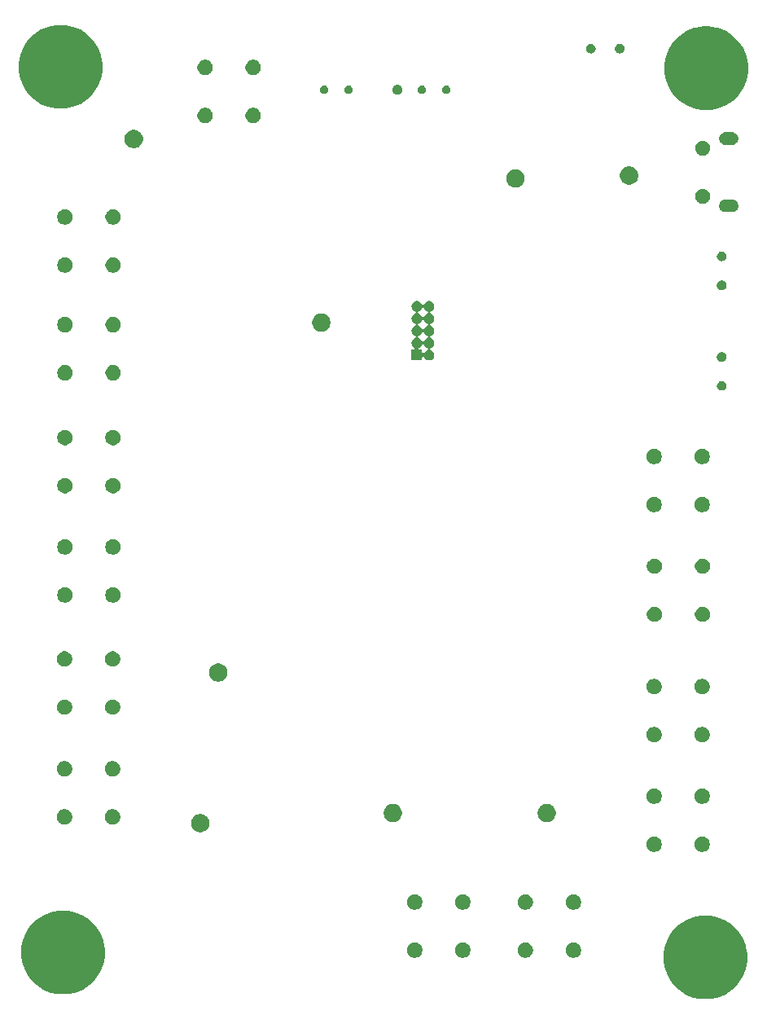
<source format=gbr>
G04 #@! TF.GenerationSoftware,KiCad,Pcbnew,(5.1.5)-3*
G04 #@! TF.CreationDate,2021-02-22T14:13:44+02:00*
G04 #@! TF.ProjectId,Waveform Generator,57617665-666f-4726-9d20-47656e657261,rev?*
G04 #@! TF.SameCoordinates,Original*
G04 #@! TF.FileFunction,Soldermask,Bot*
G04 #@! TF.FilePolarity,Negative*
%FSLAX46Y46*%
G04 Gerber Fmt 4.6, Leading zero omitted, Abs format (unit mm)*
G04 Created by KiCad (PCBNEW (5.1.5)-3) date 2021-02-22 14:13:44*
%MOMM*%
%LPD*%
G04 APERTURE LIST*
%ADD10C,0.100000*%
G04 APERTURE END LIST*
D10*
G36*
X89194156Y-103622794D02*
G01*
X89915140Y-103766206D01*
X90706972Y-104094193D01*
X91419601Y-104570357D01*
X92025643Y-105176399D01*
X92501807Y-105889028D01*
X92829794Y-106680860D01*
X92971379Y-107392656D01*
X92981521Y-107443643D01*
X92997000Y-107521464D01*
X92997000Y-108378536D01*
X92829794Y-109219140D01*
X92501807Y-110010972D01*
X92025643Y-110723601D01*
X91419601Y-111329643D01*
X90706972Y-111805807D01*
X89915140Y-112133794D01*
X89194156Y-112277206D01*
X89074537Y-112301000D01*
X88217463Y-112301000D01*
X88097844Y-112277206D01*
X87376860Y-112133794D01*
X86585028Y-111805807D01*
X85872399Y-111329643D01*
X85266357Y-110723601D01*
X84790193Y-110010972D01*
X84462206Y-109219140D01*
X84295000Y-108378536D01*
X84295000Y-107521464D01*
X84310480Y-107443643D01*
X84320621Y-107392656D01*
X84462206Y-106680860D01*
X84790193Y-105889028D01*
X85266357Y-105176399D01*
X85872399Y-104570357D01*
X86585028Y-104094193D01*
X87376860Y-103766206D01*
X88097844Y-103622794D01*
X88217463Y-103599000D01*
X89074537Y-103599000D01*
X89194156Y-103622794D01*
G37*
G36*
X22392156Y-103114794D02*
G01*
X23113140Y-103258206D01*
X23904972Y-103586193D01*
X24617601Y-104062357D01*
X25223643Y-104668399D01*
X25699807Y-105381028D01*
X26027794Y-106172860D01*
X26156634Y-106820584D01*
X26195000Y-107013463D01*
X26195000Y-107870537D01*
X26185193Y-107919838D01*
X26027794Y-108711140D01*
X25699807Y-109502972D01*
X25223643Y-110215601D01*
X24617601Y-110821643D01*
X23904972Y-111297807D01*
X23113140Y-111625794D01*
X22392156Y-111769206D01*
X22272537Y-111793000D01*
X21415463Y-111793000D01*
X21295844Y-111769206D01*
X20574860Y-111625794D01*
X19783028Y-111297807D01*
X19070399Y-110821643D01*
X18464357Y-110215601D01*
X17988193Y-109502972D01*
X17660206Y-108711140D01*
X17502807Y-107919838D01*
X17493000Y-107870537D01*
X17493000Y-107013463D01*
X17531366Y-106820584D01*
X17660206Y-106172860D01*
X17988193Y-105381028D01*
X18464357Y-104668399D01*
X19070399Y-104062357D01*
X19783028Y-103586193D01*
X20574860Y-103258206D01*
X21295844Y-103114794D01*
X21415463Y-103091000D01*
X22272537Y-103091000D01*
X22392156Y-103114794D01*
G37*
G36*
X75143643Y-106439782D02*
G01*
X75289415Y-106500163D01*
X75289417Y-106500164D01*
X75420609Y-106587823D01*
X75532179Y-106699393D01*
X75613157Y-106820586D01*
X75619839Y-106830587D01*
X75680220Y-106976359D01*
X75711001Y-107131108D01*
X75711001Y-107288894D01*
X75680220Y-107443643D01*
X75623981Y-107579416D01*
X75619838Y-107589417D01*
X75532179Y-107720609D01*
X75420609Y-107832179D01*
X75289417Y-107919838D01*
X75289416Y-107919839D01*
X75289415Y-107919839D01*
X75143643Y-107980220D01*
X74988894Y-108011001D01*
X74831108Y-108011001D01*
X74676359Y-107980220D01*
X74530587Y-107919839D01*
X74530586Y-107919839D01*
X74530585Y-107919838D01*
X74399393Y-107832179D01*
X74287823Y-107720609D01*
X74200164Y-107589417D01*
X74196021Y-107579416D01*
X74139782Y-107443643D01*
X74109001Y-107288894D01*
X74109001Y-107131108D01*
X74139782Y-106976359D01*
X74200163Y-106830587D01*
X74206845Y-106820586D01*
X74287823Y-106699393D01*
X74399393Y-106587823D01*
X74530585Y-106500164D01*
X74530587Y-106500163D01*
X74676359Y-106439782D01*
X74831108Y-106409001D01*
X74988894Y-106409001D01*
X75143643Y-106439782D01*
G37*
G36*
X70143643Y-106439782D02*
G01*
X70289415Y-106500163D01*
X70289417Y-106500164D01*
X70420609Y-106587823D01*
X70532179Y-106699393D01*
X70613157Y-106820586D01*
X70619839Y-106830587D01*
X70680220Y-106976359D01*
X70711001Y-107131108D01*
X70711001Y-107288894D01*
X70680220Y-107443643D01*
X70623981Y-107579416D01*
X70619838Y-107589417D01*
X70532179Y-107720609D01*
X70420609Y-107832179D01*
X70289417Y-107919838D01*
X70289416Y-107919839D01*
X70289415Y-107919839D01*
X70143643Y-107980220D01*
X69988894Y-108011001D01*
X69831108Y-108011001D01*
X69676359Y-107980220D01*
X69530587Y-107919839D01*
X69530586Y-107919839D01*
X69530585Y-107919838D01*
X69399393Y-107832179D01*
X69287823Y-107720609D01*
X69200164Y-107589417D01*
X69196021Y-107579416D01*
X69139782Y-107443643D01*
X69109001Y-107288894D01*
X69109001Y-107131108D01*
X69139782Y-106976359D01*
X69200163Y-106830587D01*
X69206845Y-106820586D01*
X69287823Y-106699393D01*
X69399393Y-106587823D01*
X69530585Y-106500164D01*
X69530587Y-106500163D01*
X69676359Y-106439782D01*
X69831108Y-106409001D01*
X69988894Y-106409001D01*
X70143643Y-106439782D01*
G37*
G36*
X63633642Y-106429781D02*
G01*
X63779414Y-106490162D01*
X63779416Y-106490163D01*
X63910608Y-106577822D01*
X64022178Y-106689392D01*
X64109837Y-106820584D01*
X64109838Y-106820586D01*
X64170219Y-106966358D01*
X64201000Y-107121107D01*
X64201000Y-107278893D01*
X64170219Y-107433642D01*
X64117528Y-107560848D01*
X64109837Y-107579416D01*
X64022178Y-107710608D01*
X63910608Y-107822178D01*
X63779416Y-107909837D01*
X63779415Y-107909838D01*
X63779414Y-107909838D01*
X63633642Y-107970219D01*
X63478893Y-108001000D01*
X63321107Y-108001000D01*
X63166358Y-107970219D01*
X63020586Y-107909838D01*
X63020585Y-107909838D01*
X63020584Y-107909837D01*
X62889392Y-107822178D01*
X62777822Y-107710608D01*
X62690163Y-107579416D01*
X62682472Y-107560848D01*
X62629781Y-107433642D01*
X62599000Y-107278893D01*
X62599000Y-107121107D01*
X62629781Y-106966358D01*
X62690162Y-106820586D01*
X62690163Y-106820584D01*
X62777822Y-106689392D01*
X62889392Y-106577822D01*
X63020584Y-106490163D01*
X63020586Y-106490162D01*
X63166358Y-106429781D01*
X63321107Y-106399000D01*
X63478893Y-106399000D01*
X63633642Y-106429781D01*
G37*
G36*
X58633642Y-106429781D02*
G01*
X58779414Y-106490162D01*
X58779416Y-106490163D01*
X58910608Y-106577822D01*
X59022178Y-106689392D01*
X59109837Y-106820584D01*
X59109838Y-106820586D01*
X59170219Y-106966358D01*
X59201000Y-107121107D01*
X59201000Y-107278893D01*
X59170219Y-107433642D01*
X59117528Y-107560848D01*
X59109837Y-107579416D01*
X59022178Y-107710608D01*
X58910608Y-107822178D01*
X58779416Y-107909837D01*
X58779415Y-107909838D01*
X58779414Y-107909838D01*
X58633642Y-107970219D01*
X58478893Y-108001000D01*
X58321107Y-108001000D01*
X58166358Y-107970219D01*
X58020586Y-107909838D01*
X58020585Y-107909838D01*
X58020584Y-107909837D01*
X57889392Y-107822178D01*
X57777822Y-107710608D01*
X57690163Y-107579416D01*
X57682472Y-107560848D01*
X57629781Y-107433642D01*
X57599000Y-107278893D01*
X57599000Y-107121107D01*
X57629781Y-106966358D01*
X57690162Y-106820586D01*
X57690163Y-106820584D01*
X57777822Y-106689392D01*
X57889392Y-106577822D01*
X58020584Y-106490163D01*
X58020586Y-106490162D01*
X58166358Y-106429781D01*
X58321107Y-106399000D01*
X58478893Y-106399000D01*
X58633642Y-106429781D01*
G37*
G36*
X75143643Y-101439782D02*
G01*
X75289415Y-101500163D01*
X75289417Y-101500164D01*
X75420609Y-101587823D01*
X75532179Y-101699393D01*
X75613157Y-101820586D01*
X75619839Y-101830587D01*
X75680220Y-101976359D01*
X75711001Y-102131108D01*
X75711001Y-102288894D01*
X75680220Y-102443643D01*
X75623981Y-102579416D01*
X75619838Y-102589417D01*
X75532179Y-102720609D01*
X75420609Y-102832179D01*
X75289417Y-102919838D01*
X75289416Y-102919839D01*
X75289415Y-102919839D01*
X75143643Y-102980220D01*
X74988894Y-103011001D01*
X74831108Y-103011001D01*
X74676359Y-102980220D01*
X74530587Y-102919839D01*
X74530586Y-102919839D01*
X74530585Y-102919838D01*
X74399393Y-102832179D01*
X74287823Y-102720609D01*
X74200164Y-102589417D01*
X74196021Y-102579416D01*
X74139782Y-102443643D01*
X74109001Y-102288894D01*
X74109001Y-102131108D01*
X74139782Y-101976359D01*
X74200163Y-101830587D01*
X74206845Y-101820586D01*
X74287823Y-101699393D01*
X74399393Y-101587823D01*
X74530585Y-101500164D01*
X74530587Y-101500163D01*
X74676359Y-101439782D01*
X74831108Y-101409001D01*
X74988894Y-101409001D01*
X75143643Y-101439782D01*
G37*
G36*
X70143643Y-101439782D02*
G01*
X70289415Y-101500163D01*
X70289417Y-101500164D01*
X70420609Y-101587823D01*
X70532179Y-101699393D01*
X70613157Y-101820586D01*
X70619839Y-101830587D01*
X70680220Y-101976359D01*
X70711001Y-102131108D01*
X70711001Y-102288894D01*
X70680220Y-102443643D01*
X70623981Y-102579416D01*
X70619838Y-102589417D01*
X70532179Y-102720609D01*
X70420609Y-102832179D01*
X70289417Y-102919838D01*
X70289416Y-102919839D01*
X70289415Y-102919839D01*
X70143643Y-102980220D01*
X69988894Y-103011001D01*
X69831108Y-103011001D01*
X69676359Y-102980220D01*
X69530587Y-102919839D01*
X69530586Y-102919839D01*
X69530585Y-102919838D01*
X69399393Y-102832179D01*
X69287823Y-102720609D01*
X69200164Y-102589417D01*
X69196021Y-102579416D01*
X69139782Y-102443643D01*
X69109001Y-102288894D01*
X69109001Y-102131108D01*
X69139782Y-101976359D01*
X69200163Y-101830587D01*
X69206845Y-101820586D01*
X69287823Y-101699393D01*
X69399393Y-101587823D01*
X69530585Y-101500164D01*
X69530587Y-101500163D01*
X69676359Y-101439782D01*
X69831108Y-101409001D01*
X69988894Y-101409001D01*
X70143643Y-101439782D01*
G37*
G36*
X63633642Y-101429781D02*
G01*
X63779414Y-101490162D01*
X63779416Y-101490163D01*
X63910608Y-101577822D01*
X64022178Y-101689392D01*
X64109837Y-101820584D01*
X64109838Y-101820586D01*
X64170219Y-101966358D01*
X64201000Y-102121107D01*
X64201000Y-102278893D01*
X64170219Y-102433642D01*
X64109838Y-102579414D01*
X64109837Y-102579416D01*
X64022178Y-102710608D01*
X63910608Y-102822178D01*
X63779416Y-102909837D01*
X63779415Y-102909838D01*
X63779414Y-102909838D01*
X63633642Y-102970219D01*
X63478893Y-103001000D01*
X63321107Y-103001000D01*
X63166358Y-102970219D01*
X63020586Y-102909838D01*
X63020585Y-102909838D01*
X63020584Y-102909837D01*
X62889392Y-102822178D01*
X62777822Y-102710608D01*
X62690163Y-102579416D01*
X62690162Y-102579414D01*
X62629781Y-102433642D01*
X62599000Y-102278893D01*
X62599000Y-102121107D01*
X62629781Y-101966358D01*
X62690162Y-101820586D01*
X62690163Y-101820584D01*
X62777822Y-101689392D01*
X62889392Y-101577822D01*
X63020584Y-101490163D01*
X63020586Y-101490162D01*
X63166358Y-101429781D01*
X63321107Y-101399000D01*
X63478893Y-101399000D01*
X63633642Y-101429781D01*
G37*
G36*
X58633642Y-101429781D02*
G01*
X58779414Y-101490162D01*
X58779416Y-101490163D01*
X58910608Y-101577822D01*
X59022178Y-101689392D01*
X59109837Y-101820584D01*
X59109838Y-101820586D01*
X59170219Y-101966358D01*
X59201000Y-102121107D01*
X59201000Y-102278893D01*
X59170219Y-102433642D01*
X59109838Y-102579414D01*
X59109837Y-102579416D01*
X59022178Y-102710608D01*
X58910608Y-102822178D01*
X58779416Y-102909837D01*
X58779415Y-102909838D01*
X58779414Y-102909838D01*
X58633642Y-102970219D01*
X58478893Y-103001000D01*
X58321107Y-103001000D01*
X58166358Y-102970219D01*
X58020586Y-102909838D01*
X58020585Y-102909838D01*
X58020584Y-102909837D01*
X57889392Y-102822178D01*
X57777822Y-102710608D01*
X57690163Y-102579416D01*
X57690162Y-102579414D01*
X57629781Y-102433642D01*
X57599000Y-102278893D01*
X57599000Y-102121107D01*
X57629781Y-101966358D01*
X57690162Y-101820586D01*
X57690163Y-101820584D01*
X57777822Y-101689392D01*
X57889392Y-101577822D01*
X58020584Y-101490163D01*
X58020586Y-101490162D01*
X58166358Y-101429781D01*
X58321107Y-101399000D01*
X58478893Y-101399000D01*
X58633642Y-101429781D01*
G37*
G36*
X88533642Y-95429781D02*
G01*
X88679414Y-95490162D01*
X88679416Y-95490163D01*
X88810608Y-95577822D01*
X88922178Y-95689392D01*
X89009837Y-95820584D01*
X89009838Y-95820586D01*
X89070219Y-95966358D01*
X89101000Y-96121107D01*
X89101000Y-96278893D01*
X89070219Y-96433642D01*
X89009838Y-96579414D01*
X89009837Y-96579416D01*
X88922178Y-96710608D01*
X88810608Y-96822178D01*
X88679416Y-96909837D01*
X88679415Y-96909838D01*
X88679414Y-96909838D01*
X88533642Y-96970219D01*
X88378893Y-97001000D01*
X88221107Y-97001000D01*
X88066358Y-96970219D01*
X87920586Y-96909838D01*
X87920585Y-96909838D01*
X87920584Y-96909837D01*
X87789392Y-96822178D01*
X87677822Y-96710608D01*
X87590163Y-96579416D01*
X87590162Y-96579414D01*
X87529781Y-96433642D01*
X87499000Y-96278893D01*
X87499000Y-96121107D01*
X87529781Y-95966358D01*
X87590162Y-95820586D01*
X87590163Y-95820584D01*
X87677822Y-95689392D01*
X87789392Y-95577822D01*
X87920584Y-95490163D01*
X87920586Y-95490162D01*
X88066358Y-95429781D01*
X88221107Y-95399000D01*
X88378893Y-95399000D01*
X88533642Y-95429781D01*
G37*
G36*
X83533642Y-95429781D02*
G01*
X83679414Y-95490162D01*
X83679416Y-95490163D01*
X83810608Y-95577822D01*
X83922178Y-95689392D01*
X84009837Y-95820584D01*
X84009838Y-95820586D01*
X84070219Y-95966358D01*
X84101000Y-96121107D01*
X84101000Y-96278893D01*
X84070219Y-96433642D01*
X84009838Y-96579414D01*
X84009837Y-96579416D01*
X83922178Y-96710608D01*
X83810608Y-96822178D01*
X83679416Y-96909837D01*
X83679415Y-96909838D01*
X83679414Y-96909838D01*
X83533642Y-96970219D01*
X83378893Y-97001000D01*
X83221107Y-97001000D01*
X83066358Y-96970219D01*
X82920586Y-96909838D01*
X82920585Y-96909838D01*
X82920584Y-96909837D01*
X82789392Y-96822178D01*
X82677822Y-96710608D01*
X82590163Y-96579416D01*
X82590162Y-96579414D01*
X82529781Y-96433642D01*
X82499000Y-96278893D01*
X82499000Y-96121107D01*
X82529781Y-95966358D01*
X82590162Y-95820586D01*
X82590163Y-95820584D01*
X82677822Y-95689392D01*
X82789392Y-95577822D01*
X82920584Y-95490163D01*
X82920586Y-95490162D01*
X83066358Y-95429781D01*
X83221107Y-95399000D01*
X83378893Y-95399000D01*
X83533642Y-95429781D01*
G37*
G36*
X36377395Y-93085546D02*
G01*
X36550466Y-93157234D01*
X36550467Y-93157235D01*
X36706227Y-93261310D01*
X36838690Y-93393773D01*
X36868838Y-93438893D01*
X36942766Y-93549534D01*
X37014454Y-93722605D01*
X37051000Y-93906333D01*
X37051000Y-94093667D01*
X37014454Y-94277395D01*
X36942766Y-94450466D01*
X36942765Y-94450467D01*
X36838690Y-94606227D01*
X36706227Y-94738690D01*
X36627818Y-94791081D01*
X36550466Y-94842766D01*
X36377395Y-94914454D01*
X36193667Y-94951000D01*
X36006333Y-94951000D01*
X35822605Y-94914454D01*
X35649534Y-94842766D01*
X35572182Y-94791081D01*
X35493773Y-94738690D01*
X35361310Y-94606227D01*
X35257235Y-94450467D01*
X35257234Y-94450466D01*
X35185546Y-94277395D01*
X35149000Y-94093667D01*
X35149000Y-93906333D01*
X35185546Y-93722605D01*
X35257234Y-93549534D01*
X35331162Y-93438893D01*
X35361310Y-93393773D01*
X35493773Y-93261310D01*
X35649533Y-93157235D01*
X35649534Y-93157234D01*
X35822605Y-93085546D01*
X36006333Y-93049000D01*
X36193667Y-93049000D01*
X36377395Y-93085546D01*
G37*
G36*
X27223641Y-92589782D02*
G01*
X27369413Y-92650163D01*
X27369415Y-92650164D01*
X27500607Y-92737823D01*
X27612177Y-92849393D01*
X27627506Y-92872335D01*
X27699837Y-92980587D01*
X27760218Y-93126359D01*
X27790999Y-93281108D01*
X27790999Y-93438894D01*
X27760218Y-93593643D01*
X27714220Y-93704691D01*
X27699836Y-93739417D01*
X27612177Y-93870609D01*
X27500607Y-93982179D01*
X27369415Y-94069838D01*
X27369414Y-94069839D01*
X27369413Y-94069839D01*
X27223641Y-94130220D01*
X27068892Y-94161001D01*
X26911106Y-94161001D01*
X26756357Y-94130220D01*
X26610585Y-94069839D01*
X26610584Y-94069839D01*
X26610583Y-94069838D01*
X26479391Y-93982179D01*
X26367821Y-93870609D01*
X26280162Y-93739417D01*
X26265778Y-93704691D01*
X26219780Y-93593643D01*
X26188999Y-93438894D01*
X26188999Y-93281108D01*
X26219780Y-93126359D01*
X26280161Y-92980587D01*
X26352492Y-92872335D01*
X26367821Y-92849393D01*
X26479391Y-92737823D01*
X26610583Y-92650164D01*
X26610585Y-92650163D01*
X26756357Y-92589782D01*
X26911106Y-92559001D01*
X27068892Y-92559001D01*
X27223641Y-92589782D01*
G37*
G36*
X22223641Y-92589782D02*
G01*
X22369413Y-92650163D01*
X22369415Y-92650164D01*
X22500607Y-92737823D01*
X22612177Y-92849393D01*
X22627506Y-92872335D01*
X22699837Y-92980587D01*
X22760218Y-93126359D01*
X22790999Y-93281108D01*
X22790999Y-93438894D01*
X22760218Y-93593643D01*
X22714220Y-93704691D01*
X22699836Y-93739417D01*
X22612177Y-93870609D01*
X22500607Y-93982179D01*
X22369415Y-94069838D01*
X22369414Y-94069839D01*
X22369413Y-94069839D01*
X22223641Y-94130220D01*
X22068892Y-94161001D01*
X21911106Y-94161001D01*
X21756357Y-94130220D01*
X21610585Y-94069839D01*
X21610584Y-94069839D01*
X21610583Y-94069838D01*
X21479391Y-93982179D01*
X21367821Y-93870609D01*
X21280162Y-93739417D01*
X21265778Y-93704691D01*
X21219780Y-93593643D01*
X21188999Y-93438894D01*
X21188999Y-93281108D01*
X21219780Y-93126359D01*
X21280161Y-92980587D01*
X21352492Y-92872335D01*
X21367821Y-92849393D01*
X21479391Y-92737823D01*
X21610583Y-92650164D01*
X21610585Y-92650163D01*
X21756357Y-92589782D01*
X21911106Y-92559001D01*
X22068892Y-92559001D01*
X22223641Y-92589782D01*
G37*
G36*
X56411395Y-92051546D02*
G01*
X56584466Y-92123234D01*
X56584467Y-92123235D01*
X56740227Y-92227310D01*
X56872690Y-92359773D01*
X56872691Y-92359775D01*
X56976766Y-92515534D01*
X57048454Y-92688605D01*
X57085000Y-92872333D01*
X57085000Y-93059667D01*
X57048454Y-93243395D01*
X56976766Y-93416466D01*
X56961780Y-93438894D01*
X56872690Y-93572227D01*
X56740227Y-93704690D01*
X56713415Y-93722605D01*
X56584466Y-93808766D01*
X56411395Y-93880454D01*
X56227667Y-93917000D01*
X56040333Y-93917000D01*
X55856605Y-93880454D01*
X55683534Y-93808766D01*
X55554585Y-93722605D01*
X55527773Y-93704690D01*
X55395310Y-93572227D01*
X55306220Y-93438894D01*
X55291234Y-93416466D01*
X55219546Y-93243395D01*
X55183000Y-93059667D01*
X55183000Y-92872333D01*
X55219546Y-92688605D01*
X55291234Y-92515534D01*
X55395309Y-92359775D01*
X55395310Y-92359773D01*
X55527773Y-92227310D01*
X55683533Y-92123235D01*
X55683534Y-92123234D01*
X55856605Y-92051546D01*
X56040333Y-92015000D01*
X56227667Y-92015000D01*
X56411395Y-92051546D01*
G37*
G36*
X72413395Y-92049546D02*
G01*
X72586466Y-92121234D01*
X72663818Y-92172919D01*
X72742227Y-92225310D01*
X72874690Y-92357773D01*
X72927081Y-92436182D01*
X72978766Y-92513534D01*
X73050454Y-92686605D01*
X73087000Y-92870333D01*
X73087000Y-93057667D01*
X73050454Y-93241395D01*
X72978766Y-93414466D01*
X72927081Y-93491818D01*
X72874690Y-93570227D01*
X72742227Y-93702690D01*
X72739232Y-93704691D01*
X72586466Y-93806766D01*
X72413395Y-93878454D01*
X72229667Y-93915000D01*
X72042333Y-93915000D01*
X71858605Y-93878454D01*
X71685534Y-93806766D01*
X71532768Y-93704691D01*
X71529773Y-93702690D01*
X71397310Y-93570227D01*
X71344919Y-93491818D01*
X71293234Y-93414466D01*
X71221546Y-93241395D01*
X71185000Y-93057667D01*
X71185000Y-92870333D01*
X71221546Y-92686605D01*
X71293234Y-92513534D01*
X71344919Y-92436182D01*
X71397310Y-92357773D01*
X71529773Y-92225310D01*
X71608182Y-92172919D01*
X71685534Y-92121234D01*
X71858605Y-92049546D01*
X72042333Y-92013000D01*
X72229667Y-92013000D01*
X72413395Y-92049546D01*
G37*
G36*
X88533642Y-90429781D02*
G01*
X88679414Y-90490162D01*
X88679416Y-90490163D01*
X88810608Y-90577822D01*
X88922178Y-90689392D01*
X89009837Y-90820584D01*
X89009838Y-90820586D01*
X89070219Y-90966358D01*
X89101000Y-91121107D01*
X89101000Y-91278893D01*
X89070219Y-91433642D01*
X89009838Y-91579414D01*
X89009837Y-91579416D01*
X88922178Y-91710608D01*
X88810608Y-91822178D01*
X88679416Y-91909837D01*
X88679415Y-91909838D01*
X88679414Y-91909838D01*
X88533642Y-91970219D01*
X88378893Y-92001000D01*
X88221107Y-92001000D01*
X88066358Y-91970219D01*
X87920586Y-91909838D01*
X87920585Y-91909838D01*
X87920584Y-91909837D01*
X87789392Y-91822178D01*
X87677822Y-91710608D01*
X87590163Y-91579416D01*
X87590162Y-91579414D01*
X87529781Y-91433642D01*
X87499000Y-91278893D01*
X87499000Y-91121107D01*
X87529781Y-90966358D01*
X87590162Y-90820586D01*
X87590163Y-90820584D01*
X87677822Y-90689392D01*
X87789392Y-90577822D01*
X87920584Y-90490163D01*
X87920586Y-90490162D01*
X88066358Y-90429781D01*
X88221107Y-90399000D01*
X88378893Y-90399000D01*
X88533642Y-90429781D01*
G37*
G36*
X83533642Y-90429781D02*
G01*
X83679414Y-90490162D01*
X83679416Y-90490163D01*
X83810608Y-90577822D01*
X83922178Y-90689392D01*
X84009837Y-90820584D01*
X84009838Y-90820586D01*
X84070219Y-90966358D01*
X84101000Y-91121107D01*
X84101000Y-91278893D01*
X84070219Y-91433642D01*
X84009838Y-91579414D01*
X84009837Y-91579416D01*
X83922178Y-91710608D01*
X83810608Y-91822178D01*
X83679416Y-91909837D01*
X83679415Y-91909838D01*
X83679414Y-91909838D01*
X83533642Y-91970219D01*
X83378893Y-92001000D01*
X83221107Y-92001000D01*
X83066358Y-91970219D01*
X82920586Y-91909838D01*
X82920585Y-91909838D01*
X82920584Y-91909837D01*
X82789392Y-91822178D01*
X82677822Y-91710608D01*
X82590163Y-91579416D01*
X82590162Y-91579414D01*
X82529781Y-91433642D01*
X82499000Y-91278893D01*
X82499000Y-91121107D01*
X82529781Y-90966358D01*
X82590162Y-90820586D01*
X82590163Y-90820584D01*
X82677822Y-90689392D01*
X82789392Y-90577822D01*
X82920584Y-90490163D01*
X82920586Y-90490162D01*
X83066358Y-90429781D01*
X83221107Y-90399000D01*
X83378893Y-90399000D01*
X83533642Y-90429781D01*
G37*
G36*
X22223641Y-87589782D02*
G01*
X22369413Y-87650163D01*
X22369415Y-87650164D01*
X22500607Y-87737823D01*
X22612177Y-87849393D01*
X22699836Y-87980585D01*
X22699837Y-87980587D01*
X22760218Y-88126359D01*
X22790999Y-88281108D01*
X22790999Y-88438894D01*
X22760218Y-88593643D01*
X22699837Y-88739415D01*
X22699836Y-88739417D01*
X22612177Y-88870609D01*
X22500607Y-88982179D01*
X22369415Y-89069838D01*
X22369414Y-89069839D01*
X22369413Y-89069839D01*
X22223641Y-89130220D01*
X22068892Y-89161001D01*
X21911106Y-89161001D01*
X21756357Y-89130220D01*
X21610585Y-89069839D01*
X21610584Y-89069839D01*
X21610583Y-89069838D01*
X21479391Y-88982179D01*
X21367821Y-88870609D01*
X21280162Y-88739417D01*
X21280161Y-88739415D01*
X21219780Y-88593643D01*
X21188999Y-88438894D01*
X21188999Y-88281108D01*
X21219780Y-88126359D01*
X21280161Y-87980587D01*
X21280162Y-87980585D01*
X21367821Y-87849393D01*
X21479391Y-87737823D01*
X21610583Y-87650164D01*
X21610585Y-87650163D01*
X21756357Y-87589782D01*
X21911106Y-87559001D01*
X22068892Y-87559001D01*
X22223641Y-87589782D01*
G37*
G36*
X27223641Y-87589782D02*
G01*
X27369413Y-87650163D01*
X27369415Y-87650164D01*
X27500607Y-87737823D01*
X27612177Y-87849393D01*
X27699836Y-87980585D01*
X27699837Y-87980587D01*
X27760218Y-88126359D01*
X27790999Y-88281108D01*
X27790999Y-88438894D01*
X27760218Y-88593643D01*
X27699837Y-88739415D01*
X27699836Y-88739417D01*
X27612177Y-88870609D01*
X27500607Y-88982179D01*
X27369415Y-89069838D01*
X27369414Y-89069839D01*
X27369413Y-89069839D01*
X27223641Y-89130220D01*
X27068892Y-89161001D01*
X26911106Y-89161001D01*
X26756357Y-89130220D01*
X26610585Y-89069839D01*
X26610584Y-89069839D01*
X26610583Y-89069838D01*
X26479391Y-88982179D01*
X26367821Y-88870609D01*
X26280162Y-88739417D01*
X26280161Y-88739415D01*
X26219780Y-88593643D01*
X26188999Y-88438894D01*
X26188999Y-88281108D01*
X26219780Y-88126359D01*
X26280161Y-87980587D01*
X26280162Y-87980585D01*
X26367821Y-87849393D01*
X26479391Y-87737823D01*
X26610583Y-87650164D01*
X26610585Y-87650163D01*
X26756357Y-87589782D01*
X26911106Y-87559001D01*
X27068892Y-87559001D01*
X27223641Y-87589782D01*
G37*
G36*
X88533642Y-84029781D02*
G01*
X88679414Y-84090162D01*
X88679416Y-84090163D01*
X88810608Y-84177822D01*
X88922178Y-84289392D01*
X89009837Y-84420584D01*
X89009838Y-84420586D01*
X89070219Y-84566358D01*
X89101000Y-84721107D01*
X89101000Y-84878893D01*
X89070219Y-85033642D01*
X89009838Y-85179414D01*
X89009837Y-85179416D01*
X88922178Y-85310608D01*
X88810608Y-85422178D01*
X88679416Y-85509837D01*
X88679415Y-85509838D01*
X88679414Y-85509838D01*
X88533642Y-85570219D01*
X88378893Y-85601000D01*
X88221107Y-85601000D01*
X88066358Y-85570219D01*
X87920586Y-85509838D01*
X87920585Y-85509838D01*
X87920584Y-85509837D01*
X87789392Y-85422178D01*
X87677822Y-85310608D01*
X87590163Y-85179416D01*
X87590162Y-85179414D01*
X87529781Y-85033642D01*
X87499000Y-84878893D01*
X87499000Y-84721107D01*
X87529781Y-84566358D01*
X87590162Y-84420586D01*
X87590163Y-84420584D01*
X87677822Y-84289392D01*
X87789392Y-84177822D01*
X87920584Y-84090163D01*
X87920586Y-84090162D01*
X88066358Y-84029781D01*
X88221107Y-83999000D01*
X88378893Y-83999000D01*
X88533642Y-84029781D01*
G37*
G36*
X83533642Y-84029781D02*
G01*
X83679414Y-84090162D01*
X83679416Y-84090163D01*
X83810608Y-84177822D01*
X83922178Y-84289392D01*
X84009837Y-84420584D01*
X84009838Y-84420586D01*
X84070219Y-84566358D01*
X84101000Y-84721107D01*
X84101000Y-84878893D01*
X84070219Y-85033642D01*
X84009838Y-85179414D01*
X84009837Y-85179416D01*
X83922178Y-85310608D01*
X83810608Y-85422178D01*
X83679416Y-85509837D01*
X83679415Y-85509838D01*
X83679414Y-85509838D01*
X83533642Y-85570219D01*
X83378893Y-85601000D01*
X83221107Y-85601000D01*
X83066358Y-85570219D01*
X82920586Y-85509838D01*
X82920585Y-85509838D01*
X82920584Y-85509837D01*
X82789392Y-85422178D01*
X82677822Y-85310608D01*
X82590163Y-85179416D01*
X82590162Y-85179414D01*
X82529781Y-85033642D01*
X82499000Y-84878893D01*
X82499000Y-84721107D01*
X82529781Y-84566358D01*
X82590162Y-84420586D01*
X82590163Y-84420584D01*
X82677822Y-84289392D01*
X82789392Y-84177822D01*
X82920584Y-84090163D01*
X82920586Y-84090162D01*
X83066358Y-84029781D01*
X83221107Y-83999000D01*
X83378893Y-83999000D01*
X83533642Y-84029781D01*
G37*
G36*
X22233642Y-81179781D02*
G01*
X22379414Y-81240162D01*
X22379416Y-81240163D01*
X22510608Y-81327822D01*
X22622178Y-81439392D01*
X22709837Y-81570584D01*
X22709838Y-81570586D01*
X22770219Y-81716358D01*
X22801000Y-81871107D01*
X22801000Y-82028893D01*
X22770219Y-82183642D01*
X22709838Y-82329414D01*
X22709837Y-82329416D01*
X22622178Y-82460608D01*
X22510608Y-82572178D01*
X22379416Y-82659837D01*
X22379415Y-82659838D01*
X22379414Y-82659838D01*
X22233642Y-82720219D01*
X22078893Y-82751000D01*
X21921107Y-82751000D01*
X21766358Y-82720219D01*
X21620586Y-82659838D01*
X21620585Y-82659838D01*
X21620584Y-82659837D01*
X21489392Y-82572178D01*
X21377822Y-82460608D01*
X21290163Y-82329416D01*
X21290162Y-82329414D01*
X21229781Y-82183642D01*
X21199000Y-82028893D01*
X21199000Y-81871107D01*
X21229781Y-81716358D01*
X21290162Y-81570586D01*
X21290163Y-81570584D01*
X21377822Y-81439392D01*
X21489392Y-81327822D01*
X21620584Y-81240163D01*
X21620586Y-81240162D01*
X21766358Y-81179781D01*
X21921107Y-81149000D01*
X22078893Y-81149000D01*
X22233642Y-81179781D01*
G37*
G36*
X27233642Y-81179781D02*
G01*
X27379414Y-81240162D01*
X27379416Y-81240163D01*
X27510608Y-81327822D01*
X27622178Y-81439392D01*
X27709837Y-81570584D01*
X27709838Y-81570586D01*
X27770219Y-81716358D01*
X27801000Y-81871107D01*
X27801000Y-82028893D01*
X27770219Y-82183642D01*
X27709838Y-82329414D01*
X27709837Y-82329416D01*
X27622178Y-82460608D01*
X27510608Y-82572178D01*
X27379416Y-82659837D01*
X27379415Y-82659838D01*
X27379414Y-82659838D01*
X27233642Y-82720219D01*
X27078893Y-82751000D01*
X26921107Y-82751000D01*
X26766358Y-82720219D01*
X26620586Y-82659838D01*
X26620585Y-82659838D01*
X26620584Y-82659837D01*
X26489392Y-82572178D01*
X26377822Y-82460608D01*
X26290163Y-82329416D01*
X26290162Y-82329414D01*
X26229781Y-82183642D01*
X26199000Y-82028893D01*
X26199000Y-81871107D01*
X26229781Y-81716358D01*
X26290162Y-81570586D01*
X26290163Y-81570584D01*
X26377822Y-81439392D01*
X26489392Y-81327822D01*
X26620584Y-81240163D01*
X26620586Y-81240162D01*
X26766358Y-81179781D01*
X26921107Y-81149000D01*
X27078893Y-81149000D01*
X27233642Y-81179781D01*
G37*
G36*
X88533642Y-79029781D02*
G01*
X88679414Y-79090162D01*
X88679416Y-79090163D01*
X88810608Y-79177822D01*
X88922178Y-79289392D01*
X89009837Y-79420584D01*
X89009838Y-79420586D01*
X89070219Y-79566358D01*
X89101000Y-79721107D01*
X89101000Y-79878893D01*
X89070219Y-80033642D01*
X89009838Y-80179414D01*
X89009837Y-80179416D01*
X88922178Y-80310608D01*
X88810608Y-80422178D01*
X88679416Y-80509837D01*
X88679415Y-80509838D01*
X88679414Y-80509838D01*
X88533642Y-80570219D01*
X88378893Y-80601000D01*
X88221107Y-80601000D01*
X88066358Y-80570219D01*
X87920586Y-80509838D01*
X87920585Y-80509838D01*
X87920584Y-80509837D01*
X87789392Y-80422178D01*
X87677822Y-80310608D01*
X87590163Y-80179416D01*
X87590162Y-80179414D01*
X87529781Y-80033642D01*
X87499000Y-79878893D01*
X87499000Y-79721107D01*
X87529781Y-79566358D01*
X87590162Y-79420586D01*
X87590163Y-79420584D01*
X87677822Y-79289392D01*
X87789392Y-79177822D01*
X87920584Y-79090163D01*
X87920586Y-79090162D01*
X88066358Y-79029781D01*
X88221107Y-78999000D01*
X88378893Y-78999000D01*
X88533642Y-79029781D01*
G37*
G36*
X83533642Y-79029781D02*
G01*
X83679414Y-79090162D01*
X83679416Y-79090163D01*
X83810608Y-79177822D01*
X83922178Y-79289392D01*
X84009837Y-79420584D01*
X84009838Y-79420586D01*
X84070219Y-79566358D01*
X84101000Y-79721107D01*
X84101000Y-79878893D01*
X84070219Y-80033642D01*
X84009838Y-80179414D01*
X84009837Y-80179416D01*
X83922178Y-80310608D01*
X83810608Y-80422178D01*
X83679416Y-80509837D01*
X83679415Y-80509838D01*
X83679414Y-80509838D01*
X83533642Y-80570219D01*
X83378893Y-80601000D01*
X83221107Y-80601000D01*
X83066358Y-80570219D01*
X82920586Y-80509838D01*
X82920585Y-80509838D01*
X82920584Y-80509837D01*
X82789392Y-80422178D01*
X82677822Y-80310608D01*
X82590163Y-80179416D01*
X82590162Y-80179414D01*
X82529781Y-80033642D01*
X82499000Y-79878893D01*
X82499000Y-79721107D01*
X82529781Y-79566358D01*
X82590162Y-79420586D01*
X82590163Y-79420584D01*
X82677822Y-79289392D01*
X82789392Y-79177822D01*
X82920584Y-79090163D01*
X82920586Y-79090162D01*
X83066358Y-79029781D01*
X83221107Y-78999000D01*
X83378893Y-78999000D01*
X83533642Y-79029781D01*
G37*
G36*
X38250395Y-77444546D02*
G01*
X38423466Y-77516234D01*
X38423467Y-77516235D01*
X38579227Y-77620310D01*
X38711690Y-77752773D01*
X38711691Y-77752775D01*
X38815766Y-77908534D01*
X38887454Y-78081605D01*
X38924000Y-78265333D01*
X38924000Y-78452667D01*
X38887454Y-78636395D01*
X38815766Y-78809466D01*
X38815765Y-78809467D01*
X38711690Y-78965227D01*
X38579227Y-79097690D01*
X38500818Y-79150081D01*
X38423466Y-79201766D01*
X38250395Y-79273454D01*
X38066667Y-79310000D01*
X37879333Y-79310000D01*
X37695605Y-79273454D01*
X37522534Y-79201766D01*
X37445182Y-79150081D01*
X37366773Y-79097690D01*
X37234310Y-78965227D01*
X37130235Y-78809467D01*
X37130234Y-78809466D01*
X37058546Y-78636395D01*
X37022000Y-78452667D01*
X37022000Y-78265333D01*
X37058546Y-78081605D01*
X37130234Y-77908534D01*
X37234309Y-77752775D01*
X37234310Y-77752773D01*
X37366773Y-77620310D01*
X37522533Y-77516235D01*
X37522534Y-77516234D01*
X37695605Y-77444546D01*
X37879333Y-77408000D01*
X38066667Y-77408000D01*
X38250395Y-77444546D01*
G37*
G36*
X27233642Y-76179781D02*
G01*
X27379414Y-76240162D01*
X27379416Y-76240163D01*
X27510608Y-76327822D01*
X27622178Y-76439392D01*
X27709837Y-76570584D01*
X27709838Y-76570586D01*
X27770219Y-76716358D01*
X27801000Y-76871107D01*
X27801000Y-77028893D01*
X27770219Y-77183642D01*
X27709838Y-77329414D01*
X27709837Y-77329416D01*
X27622178Y-77460608D01*
X27510608Y-77572178D01*
X27379416Y-77659837D01*
X27379415Y-77659838D01*
X27379414Y-77659838D01*
X27233642Y-77720219D01*
X27078893Y-77751000D01*
X26921107Y-77751000D01*
X26766358Y-77720219D01*
X26620586Y-77659838D01*
X26620585Y-77659838D01*
X26620584Y-77659837D01*
X26489392Y-77572178D01*
X26377822Y-77460608D01*
X26290163Y-77329416D01*
X26290162Y-77329414D01*
X26229781Y-77183642D01*
X26199000Y-77028893D01*
X26199000Y-76871107D01*
X26229781Y-76716358D01*
X26290162Y-76570586D01*
X26290163Y-76570584D01*
X26377822Y-76439392D01*
X26489392Y-76327822D01*
X26620584Y-76240163D01*
X26620586Y-76240162D01*
X26766358Y-76179781D01*
X26921107Y-76149000D01*
X27078893Y-76149000D01*
X27233642Y-76179781D01*
G37*
G36*
X22233642Y-76179781D02*
G01*
X22379414Y-76240162D01*
X22379416Y-76240163D01*
X22510608Y-76327822D01*
X22622178Y-76439392D01*
X22709837Y-76570584D01*
X22709838Y-76570586D01*
X22770219Y-76716358D01*
X22801000Y-76871107D01*
X22801000Y-77028893D01*
X22770219Y-77183642D01*
X22709838Y-77329414D01*
X22709837Y-77329416D01*
X22622178Y-77460608D01*
X22510608Y-77572178D01*
X22379416Y-77659837D01*
X22379415Y-77659838D01*
X22379414Y-77659838D01*
X22233642Y-77720219D01*
X22078893Y-77751000D01*
X21921107Y-77751000D01*
X21766358Y-77720219D01*
X21620586Y-77659838D01*
X21620585Y-77659838D01*
X21620584Y-77659837D01*
X21489392Y-77572178D01*
X21377822Y-77460608D01*
X21290163Y-77329416D01*
X21290162Y-77329414D01*
X21229781Y-77183642D01*
X21199000Y-77028893D01*
X21199000Y-76871107D01*
X21229781Y-76716358D01*
X21290162Y-76570586D01*
X21290163Y-76570584D01*
X21377822Y-76439392D01*
X21489392Y-76327822D01*
X21620584Y-76240163D01*
X21620586Y-76240162D01*
X21766358Y-76179781D01*
X21921107Y-76149000D01*
X22078893Y-76149000D01*
X22233642Y-76179781D01*
G37*
G36*
X83583642Y-71529781D02*
G01*
X83729414Y-71590162D01*
X83729416Y-71590163D01*
X83860608Y-71677822D01*
X83972178Y-71789392D01*
X84059837Y-71920584D01*
X84059838Y-71920586D01*
X84120219Y-72066358D01*
X84151000Y-72221107D01*
X84151000Y-72378893D01*
X84120219Y-72533642D01*
X84059838Y-72679414D01*
X84059837Y-72679416D01*
X83972178Y-72810608D01*
X83860608Y-72922178D01*
X83729416Y-73009837D01*
X83729415Y-73009838D01*
X83729414Y-73009838D01*
X83583642Y-73070219D01*
X83428893Y-73101000D01*
X83271107Y-73101000D01*
X83116358Y-73070219D01*
X82970586Y-73009838D01*
X82970585Y-73009838D01*
X82970584Y-73009837D01*
X82839392Y-72922178D01*
X82727822Y-72810608D01*
X82640163Y-72679416D01*
X82640162Y-72679414D01*
X82579781Y-72533642D01*
X82549000Y-72378893D01*
X82549000Y-72221107D01*
X82579781Y-72066358D01*
X82640162Y-71920586D01*
X82640163Y-71920584D01*
X82727822Y-71789392D01*
X82839392Y-71677822D01*
X82970584Y-71590163D01*
X82970586Y-71590162D01*
X83116358Y-71529781D01*
X83271107Y-71499000D01*
X83428893Y-71499000D01*
X83583642Y-71529781D01*
G37*
G36*
X88583642Y-71529781D02*
G01*
X88729414Y-71590162D01*
X88729416Y-71590163D01*
X88860608Y-71677822D01*
X88972178Y-71789392D01*
X89059837Y-71920584D01*
X89059838Y-71920586D01*
X89120219Y-72066358D01*
X89151000Y-72221107D01*
X89151000Y-72378893D01*
X89120219Y-72533642D01*
X89059838Y-72679414D01*
X89059837Y-72679416D01*
X88972178Y-72810608D01*
X88860608Y-72922178D01*
X88729416Y-73009837D01*
X88729415Y-73009838D01*
X88729414Y-73009838D01*
X88583642Y-73070219D01*
X88428893Y-73101000D01*
X88271107Y-73101000D01*
X88116358Y-73070219D01*
X87970586Y-73009838D01*
X87970585Y-73009838D01*
X87970584Y-73009837D01*
X87839392Y-72922178D01*
X87727822Y-72810608D01*
X87640163Y-72679416D01*
X87640162Y-72679414D01*
X87579781Y-72533642D01*
X87549000Y-72378893D01*
X87549000Y-72221107D01*
X87579781Y-72066358D01*
X87640162Y-71920586D01*
X87640163Y-71920584D01*
X87727822Y-71789392D01*
X87839392Y-71677822D01*
X87970584Y-71590163D01*
X87970586Y-71590162D01*
X88116358Y-71529781D01*
X88271107Y-71499000D01*
X88428893Y-71499000D01*
X88583642Y-71529781D01*
G37*
G36*
X27273641Y-69529781D02*
G01*
X27419413Y-69590162D01*
X27419415Y-69590163D01*
X27550607Y-69677822D01*
X27662177Y-69789392D01*
X27749836Y-69920584D01*
X27749837Y-69920586D01*
X27810218Y-70066358D01*
X27840999Y-70221107D01*
X27840999Y-70378893D01*
X27810218Y-70533642D01*
X27749837Y-70679414D01*
X27749836Y-70679416D01*
X27662177Y-70810608D01*
X27550607Y-70922178D01*
X27419415Y-71009837D01*
X27419414Y-71009838D01*
X27419413Y-71009838D01*
X27273641Y-71070219D01*
X27118892Y-71101000D01*
X26961106Y-71101000D01*
X26806357Y-71070219D01*
X26660585Y-71009838D01*
X26660584Y-71009838D01*
X26660583Y-71009837D01*
X26529391Y-70922178D01*
X26417821Y-70810608D01*
X26330162Y-70679416D01*
X26330161Y-70679414D01*
X26269780Y-70533642D01*
X26238999Y-70378893D01*
X26238999Y-70221107D01*
X26269780Y-70066358D01*
X26330161Y-69920586D01*
X26330162Y-69920584D01*
X26417821Y-69789392D01*
X26529391Y-69677822D01*
X26660583Y-69590163D01*
X26660585Y-69590162D01*
X26806357Y-69529781D01*
X26961106Y-69499000D01*
X27118892Y-69499000D01*
X27273641Y-69529781D01*
G37*
G36*
X22273641Y-69529781D02*
G01*
X22419413Y-69590162D01*
X22419415Y-69590163D01*
X22550607Y-69677822D01*
X22662177Y-69789392D01*
X22749836Y-69920584D01*
X22749837Y-69920586D01*
X22810218Y-70066358D01*
X22840999Y-70221107D01*
X22840999Y-70378893D01*
X22810218Y-70533642D01*
X22749837Y-70679414D01*
X22749836Y-70679416D01*
X22662177Y-70810608D01*
X22550607Y-70922178D01*
X22419415Y-71009837D01*
X22419414Y-71009838D01*
X22419413Y-71009838D01*
X22273641Y-71070219D01*
X22118892Y-71101000D01*
X21961106Y-71101000D01*
X21806357Y-71070219D01*
X21660585Y-71009838D01*
X21660584Y-71009838D01*
X21660583Y-71009837D01*
X21529391Y-70922178D01*
X21417821Y-70810608D01*
X21330162Y-70679416D01*
X21330161Y-70679414D01*
X21269780Y-70533642D01*
X21238999Y-70378893D01*
X21238999Y-70221107D01*
X21269780Y-70066358D01*
X21330161Y-69920586D01*
X21330162Y-69920584D01*
X21417821Y-69789392D01*
X21529391Y-69677822D01*
X21660583Y-69590163D01*
X21660585Y-69590162D01*
X21806357Y-69529781D01*
X21961106Y-69499000D01*
X22118892Y-69499000D01*
X22273641Y-69529781D01*
G37*
G36*
X83583642Y-66529781D02*
G01*
X83729414Y-66590162D01*
X83729416Y-66590163D01*
X83860608Y-66677822D01*
X83972178Y-66789392D01*
X84059837Y-66920584D01*
X84059838Y-66920586D01*
X84120219Y-67066358D01*
X84151000Y-67221107D01*
X84151000Y-67378893D01*
X84120219Y-67533642D01*
X84059838Y-67679414D01*
X84059837Y-67679416D01*
X83972178Y-67810608D01*
X83860608Y-67922178D01*
X83729416Y-68009837D01*
X83729415Y-68009838D01*
X83729414Y-68009838D01*
X83583642Y-68070219D01*
X83428893Y-68101000D01*
X83271107Y-68101000D01*
X83116358Y-68070219D01*
X82970586Y-68009838D01*
X82970585Y-68009838D01*
X82970584Y-68009837D01*
X82839392Y-67922178D01*
X82727822Y-67810608D01*
X82640163Y-67679416D01*
X82640162Y-67679414D01*
X82579781Y-67533642D01*
X82549000Y-67378893D01*
X82549000Y-67221107D01*
X82579781Y-67066358D01*
X82640162Y-66920586D01*
X82640163Y-66920584D01*
X82727822Y-66789392D01*
X82839392Y-66677822D01*
X82970584Y-66590163D01*
X82970586Y-66590162D01*
X83116358Y-66529781D01*
X83271107Y-66499000D01*
X83428893Y-66499000D01*
X83583642Y-66529781D01*
G37*
G36*
X88583642Y-66529781D02*
G01*
X88729414Y-66590162D01*
X88729416Y-66590163D01*
X88860608Y-66677822D01*
X88972178Y-66789392D01*
X89059837Y-66920584D01*
X89059838Y-66920586D01*
X89120219Y-67066358D01*
X89151000Y-67221107D01*
X89151000Y-67378893D01*
X89120219Y-67533642D01*
X89059838Y-67679414D01*
X89059837Y-67679416D01*
X88972178Y-67810608D01*
X88860608Y-67922178D01*
X88729416Y-68009837D01*
X88729415Y-68009838D01*
X88729414Y-68009838D01*
X88583642Y-68070219D01*
X88428893Y-68101000D01*
X88271107Y-68101000D01*
X88116358Y-68070219D01*
X87970586Y-68009838D01*
X87970585Y-68009838D01*
X87970584Y-68009837D01*
X87839392Y-67922178D01*
X87727822Y-67810608D01*
X87640163Y-67679416D01*
X87640162Y-67679414D01*
X87579781Y-67533642D01*
X87549000Y-67378893D01*
X87549000Y-67221107D01*
X87579781Y-67066358D01*
X87640162Y-66920586D01*
X87640163Y-66920584D01*
X87727822Y-66789392D01*
X87839392Y-66677822D01*
X87970584Y-66590163D01*
X87970586Y-66590162D01*
X88116358Y-66529781D01*
X88271107Y-66499000D01*
X88428893Y-66499000D01*
X88583642Y-66529781D01*
G37*
G36*
X22273641Y-64529781D02*
G01*
X22419413Y-64590162D01*
X22419415Y-64590163D01*
X22550607Y-64677822D01*
X22662177Y-64789392D01*
X22749836Y-64920584D01*
X22749837Y-64920586D01*
X22810218Y-65066358D01*
X22840999Y-65221107D01*
X22840999Y-65378893D01*
X22810218Y-65533642D01*
X22749837Y-65679414D01*
X22749836Y-65679416D01*
X22662177Y-65810608D01*
X22550607Y-65922178D01*
X22419415Y-66009837D01*
X22419414Y-66009838D01*
X22419413Y-66009838D01*
X22273641Y-66070219D01*
X22118892Y-66101000D01*
X21961106Y-66101000D01*
X21806357Y-66070219D01*
X21660585Y-66009838D01*
X21660584Y-66009838D01*
X21660583Y-66009837D01*
X21529391Y-65922178D01*
X21417821Y-65810608D01*
X21330162Y-65679416D01*
X21330161Y-65679414D01*
X21269780Y-65533642D01*
X21238999Y-65378893D01*
X21238999Y-65221107D01*
X21269780Y-65066358D01*
X21330161Y-64920586D01*
X21330162Y-64920584D01*
X21417821Y-64789392D01*
X21529391Y-64677822D01*
X21660583Y-64590163D01*
X21660585Y-64590162D01*
X21806357Y-64529781D01*
X21961106Y-64499000D01*
X22118892Y-64499000D01*
X22273641Y-64529781D01*
G37*
G36*
X27273641Y-64529781D02*
G01*
X27419413Y-64590162D01*
X27419415Y-64590163D01*
X27550607Y-64677822D01*
X27662177Y-64789392D01*
X27749836Y-64920584D01*
X27749837Y-64920586D01*
X27810218Y-65066358D01*
X27840999Y-65221107D01*
X27840999Y-65378893D01*
X27810218Y-65533642D01*
X27749837Y-65679414D01*
X27749836Y-65679416D01*
X27662177Y-65810608D01*
X27550607Y-65922178D01*
X27419415Y-66009837D01*
X27419414Y-66009838D01*
X27419413Y-66009838D01*
X27273641Y-66070219D01*
X27118892Y-66101000D01*
X26961106Y-66101000D01*
X26806357Y-66070219D01*
X26660585Y-66009838D01*
X26660584Y-66009838D01*
X26660583Y-66009837D01*
X26529391Y-65922178D01*
X26417821Y-65810608D01*
X26330162Y-65679416D01*
X26330161Y-65679414D01*
X26269780Y-65533642D01*
X26238999Y-65378893D01*
X26238999Y-65221107D01*
X26269780Y-65066358D01*
X26330161Y-64920586D01*
X26330162Y-64920584D01*
X26417821Y-64789392D01*
X26529391Y-64677822D01*
X26660583Y-64590163D01*
X26660585Y-64590162D01*
X26806357Y-64529781D01*
X26961106Y-64499000D01*
X27118892Y-64499000D01*
X27273641Y-64529781D01*
G37*
G36*
X83533642Y-60129781D02*
G01*
X83679414Y-60190162D01*
X83679416Y-60190163D01*
X83810608Y-60277822D01*
X83922178Y-60389392D01*
X84009837Y-60520584D01*
X84009838Y-60520586D01*
X84070219Y-60666358D01*
X84101000Y-60821107D01*
X84101000Y-60978893D01*
X84070219Y-61133642D01*
X84009838Y-61279414D01*
X84009837Y-61279416D01*
X83922178Y-61410608D01*
X83810608Y-61522178D01*
X83679416Y-61609837D01*
X83679415Y-61609838D01*
X83679414Y-61609838D01*
X83533642Y-61670219D01*
X83378893Y-61701000D01*
X83221107Y-61701000D01*
X83066358Y-61670219D01*
X82920586Y-61609838D01*
X82920585Y-61609838D01*
X82920584Y-61609837D01*
X82789392Y-61522178D01*
X82677822Y-61410608D01*
X82590163Y-61279416D01*
X82590162Y-61279414D01*
X82529781Y-61133642D01*
X82499000Y-60978893D01*
X82499000Y-60821107D01*
X82529781Y-60666358D01*
X82590162Y-60520586D01*
X82590163Y-60520584D01*
X82677822Y-60389392D01*
X82789392Y-60277822D01*
X82920584Y-60190163D01*
X82920586Y-60190162D01*
X83066358Y-60129781D01*
X83221107Y-60099000D01*
X83378893Y-60099000D01*
X83533642Y-60129781D01*
G37*
G36*
X88533642Y-60129781D02*
G01*
X88679414Y-60190162D01*
X88679416Y-60190163D01*
X88810608Y-60277822D01*
X88922178Y-60389392D01*
X89009837Y-60520584D01*
X89009838Y-60520586D01*
X89070219Y-60666358D01*
X89101000Y-60821107D01*
X89101000Y-60978893D01*
X89070219Y-61133642D01*
X89009838Y-61279414D01*
X89009837Y-61279416D01*
X88922178Y-61410608D01*
X88810608Y-61522178D01*
X88679416Y-61609837D01*
X88679415Y-61609838D01*
X88679414Y-61609838D01*
X88533642Y-61670219D01*
X88378893Y-61701000D01*
X88221107Y-61701000D01*
X88066358Y-61670219D01*
X87920586Y-61609838D01*
X87920585Y-61609838D01*
X87920584Y-61609837D01*
X87789392Y-61522178D01*
X87677822Y-61410608D01*
X87590163Y-61279416D01*
X87590162Y-61279414D01*
X87529781Y-61133642D01*
X87499000Y-60978893D01*
X87499000Y-60821107D01*
X87529781Y-60666358D01*
X87590162Y-60520586D01*
X87590163Y-60520584D01*
X87677822Y-60389392D01*
X87789392Y-60277822D01*
X87920584Y-60190163D01*
X87920586Y-60190162D01*
X88066358Y-60129781D01*
X88221107Y-60099000D01*
X88378893Y-60099000D01*
X88533642Y-60129781D01*
G37*
G36*
X22273641Y-58159782D02*
G01*
X22419413Y-58220163D01*
X22419415Y-58220164D01*
X22550607Y-58307823D01*
X22662177Y-58419393D01*
X22749836Y-58550585D01*
X22749837Y-58550587D01*
X22810218Y-58696359D01*
X22840999Y-58851108D01*
X22840999Y-59008894D01*
X22810218Y-59163643D01*
X22749837Y-59309415D01*
X22749836Y-59309417D01*
X22662177Y-59440609D01*
X22550607Y-59552179D01*
X22419415Y-59639838D01*
X22419414Y-59639839D01*
X22419413Y-59639839D01*
X22273641Y-59700220D01*
X22118892Y-59731001D01*
X21961106Y-59731001D01*
X21806357Y-59700220D01*
X21660585Y-59639839D01*
X21660584Y-59639839D01*
X21660583Y-59639838D01*
X21529391Y-59552179D01*
X21417821Y-59440609D01*
X21330162Y-59309417D01*
X21330161Y-59309415D01*
X21269780Y-59163643D01*
X21238999Y-59008894D01*
X21238999Y-58851108D01*
X21269780Y-58696359D01*
X21330161Y-58550587D01*
X21330162Y-58550585D01*
X21417821Y-58419393D01*
X21529391Y-58307823D01*
X21660583Y-58220164D01*
X21660585Y-58220163D01*
X21806357Y-58159782D01*
X21961106Y-58129001D01*
X22118892Y-58129001D01*
X22273641Y-58159782D01*
G37*
G36*
X27273641Y-58159782D02*
G01*
X27419413Y-58220163D01*
X27419415Y-58220164D01*
X27550607Y-58307823D01*
X27662177Y-58419393D01*
X27749836Y-58550585D01*
X27749837Y-58550587D01*
X27810218Y-58696359D01*
X27840999Y-58851108D01*
X27840999Y-59008894D01*
X27810218Y-59163643D01*
X27749837Y-59309415D01*
X27749836Y-59309417D01*
X27662177Y-59440609D01*
X27550607Y-59552179D01*
X27419415Y-59639838D01*
X27419414Y-59639839D01*
X27419413Y-59639839D01*
X27273641Y-59700220D01*
X27118892Y-59731001D01*
X26961106Y-59731001D01*
X26806357Y-59700220D01*
X26660585Y-59639839D01*
X26660584Y-59639839D01*
X26660583Y-59639838D01*
X26529391Y-59552179D01*
X26417821Y-59440609D01*
X26330162Y-59309417D01*
X26330161Y-59309415D01*
X26269780Y-59163643D01*
X26238999Y-59008894D01*
X26238999Y-58851108D01*
X26269780Y-58696359D01*
X26330161Y-58550587D01*
X26330162Y-58550585D01*
X26417821Y-58419393D01*
X26529391Y-58307823D01*
X26660583Y-58220164D01*
X26660585Y-58220163D01*
X26806357Y-58159782D01*
X26961106Y-58129001D01*
X27118892Y-58129001D01*
X27273641Y-58159782D01*
G37*
G36*
X88533642Y-55129781D02*
G01*
X88679414Y-55190162D01*
X88679416Y-55190163D01*
X88810608Y-55277822D01*
X88922178Y-55389392D01*
X89009837Y-55520584D01*
X89009838Y-55520586D01*
X89070219Y-55666358D01*
X89101000Y-55821107D01*
X89101000Y-55978893D01*
X89070219Y-56133642D01*
X89009838Y-56279414D01*
X89009837Y-56279416D01*
X88922178Y-56410608D01*
X88810608Y-56522178D01*
X88679416Y-56609837D01*
X88679415Y-56609838D01*
X88679414Y-56609838D01*
X88533642Y-56670219D01*
X88378893Y-56701000D01*
X88221107Y-56701000D01*
X88066358Y-56670219D01*
X87920586Y-56609838D01*
X87920585Y-56609838D01*
X87920584Y-56609837D01*
X87789392Y-56522178D01*
X87677822Y-56410608D01*
X87590163Y-56279416D01*
X87590162Y-56279414D01*
X87529781Y-56133642D01*
X87499000Y-55978893D01*
X87499000Y-55821107D01*
X87529781Y-55666358D01*
X87590162Y-55520586D01*
X87590163Y-55520584D01*
X87677822Y-55389392D01*
X87789392Y-55277822D01*
X87920584Y-55190163D01*
X87920586Y-55190162D01*
X88066358Y-55129781D01*
X88221107Y-55099000D01*
X88378893Y-55099000D01*
X88533642Y-55129781D01*
G37*
G36*
X83533642Y-55129781D02*
G01*
X83679414Y-55190162D01*
X83679416Y-55190163D01*
X83810608Y-55277822D01*
X83922178Y-55389392D01*
X84009837Y-55520584D01*
X84009838Y-55520586D01*
X84070219Y-55666358D01*
X84101000Y-55821107D01*
X84101000Y-55978893D01*
X84070219Y-56133642D01*
X84009838Y-56279414D01*
X84009837Y-56279416D01*
X83922178Y-56410608D01*
X83810608Y-56522178D01*
X83679416Y-56609837D01*
X83679415Y-56609838D01*
X83679414Y-56609838D01*
X83533642Y-56670219D01*
X83378893Y-56701000D01*
X83221107Y-56701000D01*
X83066358Y-56670219D01*
X82920586Y-56609838D01*
X82920585Y-56609838D01*
X82920584Y-56609837D01*
X82789392Y-56522178D01*
X82677822Y-56410608D01*
X82590163Y-56279416D01*
X82590162Y-56279414D01*
X82529781Y-56133642D01*
X82499000Y-55978893D01*
X82499000Y-55821107D01*
X82529781Y-55666358D01*
X82590162Y-55520586D01*
X82590163Y-55520584D01*
X82677822Y-55389392D01*
X82789392Y-55277822D01*
X82920584Y-55190163D01*
X82920586Y-55190162D01*
X83066358Y-55129781D01*
X83221107Y-55099000D01*
X83378893Y-55099000D01*
X83533642Y-55129781D01*
G37*
G36*
X22273641Y-53159782D02*
G01*
X22419413Y-53220163D01*
X22419415Y-53220164D01*
X22550607Y-53307823D01*
X22662177Y-53419393D01*
X22749836Y-53550585D01*
X22749837Y-53550587D01*
X22810218Y-53696359D01*
X22840999Y-53851108D01*
X22840999Y-54008894D01*
X22810218Y-54163643D01*
X22749837Y-54309415D01*
X22749836Y-54309417D01*
X22662177Y-54440609D01*
X22550607Y-54552179D01*
X22419415Y-54639838D01*
X22419414Y-54639839D01*
X22419413Y-54639839D01*
X22273641Y-54700220D01*
X22118892Y-54731001D01*
X21961106Y-54731001D01*
X21806357Y-54700220D01*
X21660585Y-54639839D01*
X21660584Y-54639839D01*
X21660583Y-54639838D01*
X21529391Y-54552179D01*
X21417821Y-54440609D01*
X21330162Y-54309417D01*
X21330161Y-54309415D01*
X21269780Y-54163643D01*
X21238999Y-54008894D01*
X21238999Y-53851108D01*
X21269780Y-53696359D01*
X21330161Y-53550587D01*
X21330162Y-53550585D01*
X21417821Y-53419393D01*
X21529391Y-53307823D01*
X21660583Y-53220164D01*
X21660585Y-53220163D01*
X21806357Y-53159782D01*
X21961106Y-53129001D01*
X22118892Y-53129001D01*
X22273641Y-53159782D01*
G37*
G36*
X27273641Y-53159782D02*
G01*
X27419413Y-53220163D01*
X27419415Y-53220164D01*
X27550607Y-53307823D01*
X27662177Y-53419393D01*
X27749836Y-53550585D01*
X27749837Y-53550587D01*
X27810218Y-53696359D01*
X27840999Y-53851108D01*
X27840999Y-54008894D01*
X27810218Y-54163643D01*
X27749837Y-54309415D01*
X27749836Y-54309417D01*
X27662177Y-54440609D01*
X27550607Y-54552179D01*
X27419415Y-54639838D01*
X27419414Y-54639839D01*
X27419413Y-54639839D01*
X27273641Y-54700220D01*
X27118892Y-54731001D01*
X26961106Y-54731001D01*
X26806357Y-54700220D01*
X26660585Y-54639839D01*
X26660584Y-54639839D01*
X26660583Y-54639838D01*
X26529391Y-54552179D01*
X26417821Y-54440609D01*
X26330162Y-54309417D01*
X26330161Y-54309415D01*
X26269780Y-54163643D01*
X26238999Y-54008894D01*
X26238999Y-53851108D01*
X26269780Y-53696359D01*
X26330161Y-53550587D01*
X26330162Y-53550585D01*
X26417821Y-53419393D01*
X26529391Y-53307823D01*
X26660583Y-53220164D01*
X26660585Y-53220163D01*
X26806357Y-53159782D01*
X26961106Y-53129001D01*
X27118892Y-53129001D01*
X27273641Y-53159782D01*
G37*
G36*
X90427740Y-48058627D02*
G01*
X90476136Y-48068253D01*
X90513902Y-48083896D01*
X90567311Y-48106019D01*
X90567312Y-48106020D01*
X90649369Y-48160848D01*
X90719152Y-48230631D01*
X90719153Y-48230633D01*
X90773981Y-48312689D01*
X90811747Y-48403865D01*
X90831000Y-48500655D01*
X90831000Y-48599345D01*
X90811747Y-48696135D01*
X90773981Y-48787311D01*
X90773980Y-48787312D01*
X90719152Y-48869369D01*
X90649369Y-48939152D01*
X90608062Y-48966752D01*
X90567311Y-48993981D01*
X90513902Y-49016104D01*
X90476136Y-49031747D01*
X90427740Y-49041374D01*
X90379345Y-49051000D01*
X90280655Y-49051000D01*
X90232260Y-49041374D01*
X90183864Y-49031747D01*
X90146098Y-49016104D01*
X90092689Y-48993981D01*
X90051938Y-48966752D01*
X90010631Y-48939152D01*
X89940848Y-48869369D01*
X89886020Y-48787312D01*
X89886019Y-48787311D01*
X89848253Y-48696135D01*
X89829000Y-48599345D01*
X89829000Y-48500655D01*
X89848253Y-48403865D01*
X89886019Y-48312689D01*
X89940847Y-48230633D01*
X89940848Y-48230631D01*
X90010631Y-48160848D01*
X90092688Y-48106020D01*
X90092689Y-48106019D01*
X90146098Y-48083896D01*
X90183864Y-48068253D01*
X90232260Y-48058626D01*
X90280655Y-48049000D01*
X90379345Y-48049000D01*
X90427740Y-48058627D01*
G37*
G36*
X22283642Y-46429781D02*
G01*
X22429414Y-46490162D01*
X22429416Y-46490163D01*
X22560608Y-46577822D01*
X22672178Y-46689392D01*
X22759837Y-46820584D01*
X22759838Y-46820586D01*
X22820219Y-46966358D01*
X22851000Y-47121107D01*
X22851000Y-47278893D01*
X22820219Y-47433642D01*
X22759838Y-47579414D01*
X22759837Y-47579416D01*
X22672178Y-47710608D01*
X22560608Y-47822178D01*
X22429416Y-47909837D01*
X22429415Y-47909838D01*
X22429414Y-47909838D01*
X22283642Y-47970219D01*
X22128893Y-48001000D01*
X21971107Y-48001000D01*
X21816358Y-47970219D01*
X21670586Y-47909838D01*
X21670585Y-47909838D01*
X21670584Y-47909837D01*
X21539392Y-47822178D01*
X21427822Y-47710608D01*
X21340163Y-47579416D01*
X21340162Y-47579414D01*
X21279781Y-47433642D01*
X21249000Y-47278893D01*
X21249000Y-47121107D01*
X21279781Y-46966358D01*
X21340162Y-46820586D01*
X21340163Y-46820584D01*
X21427822Y-46689392D01*
X21539392Y-46577822D01*
X21670584Y-46490163D01*
X21670586Y-46490162D01*
X21816358Y-46429781D01*
X21971107Y-46399000D01*
X22128893Y-46399000D01*
X22283642Y-46429781D01*
G37*
G36*
X27283642Y-46429781D02*
G01*
X27429414Y-46490162D01*
X27429416Y-46490163D01*
X27560608Y-46577822D01*
X27672178Y-46689392D01*
X27759837Y-46820584D01*
X27759838Y-46820586D01*
X27820219Y-46966358D01*
X27851000Y-47121107D01*
X27851000Y-47278893D01*
X27820219Y-47433642D01*
X27759838Y-47579414D01*
X27759837Y-47579416D01*
X27672178Y-47710608D01*
X27560608Y-47822178D01*
X27429416Y-47909837D01*
X27429415Y-47909838D01*
X27429414Y-47909838D01*
X27283642Y-47970219D01*
X27128893Y-48001000D01*
X26971107Y-48001000D01*
X26816358Y-47970219D01*
X26670586Y-47909838D01*
X26670585Y-47909838D01*
X26670584Y-47909837D01*
X26539392Y-47822178D01*
X26427822Y-47710608D01*
X26340163Y-47579416D01*
X26340162Y-47579414D01*
X26279781Y-47433642D01*
X26249000Y-47278893D01*
X26249000Y-47121107D01*
X26279781Y-46966358D01*
X26340162Y-46820586D01*
X26340163Y-46820584D01*
X26427822Y-46689392D01*
X26539392Y-46577822D01*
X26670584Y-46490163D01*
X26670586Y-46490162D01*
X26816358Y-46429781D01*
X26971107Y-46399000D01*
X27128893Y-46399000D01*
X27283642Y-46429781D01*
G37*
G36*
X90417572Y-45056604D02*
G01*
X90476136Y-45068253D01*
X90504623Y-45080053D01*
X90567311Y-45106019D01*
X90567312Y-45106020D01*
X90649369Y-45160848D01*
X90719152Y-45230631D01*
X90719153Y-45230633D01*
X90773981Y-45312689D01*
X90796104Y-45366098D01*
X90811747Y-45403864D01*
X90831000Y-45500656D01*
X90831000Y-45599344D01*
X90811747Y-45696136D01*
X90805490Y-45711242D01*
X90773981Y-45787311D01*
X90746752Y-45828062D01*
X90719152Y-45869369D01*
X90649369Y-45939152D01*
X90608062Y-45966752D01*
X90567311Y-45993981D01*
X90513902Y-46016104D01*
X90476136Y-46031747D01*
X90427740Y-46041374D01*
X90379345Y-46051000D01*
X90280655Y-46051000D01*
X90232260Y-46041374D01*
X90183864Y-46031747D01*
X90146098Y-46016104D01*
X90092689Y-45993981D01*
X90051938Y-45966752D01*
X90010631Y-45939152D01*
X89940848Y-45869369D01*
X89913248Y-45828062D01*
X89886019Y-45787311D01*
X89854510Y-45711242D01*
X89848253Y-45696136D01*
X89829000Y-45599344D01*
X89829000Y-45500656D01*
X89848253Y-45403864D01*
X89863896Y-45366098D01*
X89886019Y-45312689D01*
X89940847Y-45230633D01*
X89940848Y-45230631D01*
X90010631Y-45160848D01*
X90092688Y-45106020D01*
X90092689Y-45106019D01*
X90155377Y-45080053D01*
X90183864Y-45068253D01*
X90242428Y-45056604D01*
X90280655Y-45049000D01*
X90379345Y-45049000D01*
X90417572Y-45056604D01*
G37*
G36*
X58790721Y-39750174D02*
G01*
X58890995Y-39791709D01*
X58890996Y-39791710D01*
X58981242Y-39852010D01*
X59057990Y-39928758D01*
X59057991Y-39928760D01*
X59118291Y-40019005D01*
X59149516Y-40094389D01*
X59161067Y-40116000D01*
X59176612Y-40134941D01*
X59195554Y-40150487D01*
X59217165Y-40162038D01*
X59240614Y-40169151D01*
X59265000Y-40171553D01*
X59289386Y-40169151D01*
X59312835Y-40162038D01*
X59334446Y-40150487D01*
X59353387Y-40134942D01*
X59368933Y-40116000D01*
X59380484Y-40094389D01*
X59411709Y-40019005D01*
X59472009Y-39928760D01*
X59472010Y-39928758D01*
X59548758Y-39852010D01*
X59639004Y-39791710D01*
X59639005Y-39791709D01*
X59739279Y-39750174D01*
X59845730Y-39729000D01*
X59954270Y-39729000D01*
X60060721Y-39750174D01*
X60160995Y-39791709D01*
X60160996Y-39791710D01*
X60251242Y-39852010D01*
X60327990Y-39928758D01*
X60327991Y-39928760D01*
X60388291Y-40019005D01*
X60429826Y-40119279D01*
X60451000Y-40225730D01*
X60451000Y-40334270D01*
X60429826Y-40440721D01*
X60388291Y-40540995D01*
X60388290Y-40540996D01*
X60327990Y-40631242D01*
X60251242Y-40707990D01*
X60205812Y-40738345D01*
X60160995Y-40768291D01*
X60085611Y-40799516D01*
X60064000Y-40811067D01*
X60045059Y-40826612D01*
X60029513Y-40845554D01*
X60017962Y-40867165D01*
X60010849Y-40890614D01*
X60008447Y-40915000D01*
X60010849Y-40939386D01*
X60017962Y-40962835D01*
X60029513Y-40984446D01*
X60045058Y-41003387D01*
X60064000Y-41018933D01*
X60085611Y-41030484D01*
X60160995Y-41061709D01*
X60160996Y-41061710D01*
X60251242Y-41122010D01*
X60327990Y-41198758D01*
X60327991Y-41198760D01*
X60388291Y-41289005D01*
X60429826Y-41389279D01*
X60451000Y-41495730D01*
X60451000Y-41604270D01*
X60429826Y-41710721D01*
X60388291Y-41810995D01*
X60388290Y-41810996D01*
X60327990Y-41901242D01*
X60251242Y-41977990D01*
X60205812Y-42008345D01*
X60160995Y-42038291D01*
X60085611Y-42069516D01*
X60064000Y-42081067D01*
X60045059Y-42096612D01*
X60029513Y-42115554D01*
X60017962Y-42137165D01*
X60010849Y-42160614D01*
X60008447Y-42185000D01*
X60010849Y-42209386D01*
X60017962Y-42232835D01*
X60029513Y-42254446D01*
X60045058Y-42273387D01*
X60064000Y-42288933D01*
X60085611Y-42300484D01*
X60160995Y-42331709D01*
X60160996Y-42331710D01*
X60251242Y-42392010D01*
X60327990Y-42468758D01*
X60327991Y-42468760D01*
X60388291Y-42559005D01*
X60429826Y-42659279D01*
X60451000Y-42765730D01*
X60451000Y-42874270D01*
X60429826Y-42980721D01*
X60388291Y-43080995D01*
X60388290Y-43080996D01*
X60327990Y-43171242D01*
X60251242Y-43247990D01*
X60205812Y-43278345D01*
X60160995Y-43308291D01*
X60085611Y-43339516D01*
X60064000Y-43351067D01*
X60045059Y-43366612D01*
X60029513Y-43385554D01*
X60017962Y-43407165D01*
X60010849Y-43430614D01*
X60008447Y-43455000D01*
X60010849Y-43479386D01*
X60017962Y-43502835D01*
X60029513Y-43524446D01*
X60045058Y-43543387D01*
X60064000Y-43558933D01*
X60085611Y-43570484D01*
X60160995Y-43601709D01*
X60160996Y-43601710D01*
X60251242Y-43662010D01*
X60327990Y-43738758D01*
X60327991Y-43738760D01*
X60388291Y-43829005D01*
X60429826Y-43929279D01*
X60451000Y-44035730D01*
X60451000Y-44144270D01*
X60429826Y-44250721D01*
X60388291Y-44350995D01*
X60388290Y-44350996D01*
X60327990Y-44441242D01*
X60251242Y-44517990D01*
X60205812Y-44548345D01*
X60160995Y-44578291D01*
X60085611Y-44609516D01*
X60064000Y-44621067D01*
X60045059Y-44636612D01*
X60029513Y-44655554D01*
X60017962Y-44677165D01*
X60010849Y-44700614D01*
X60008447Y-44725000D01*
X60010849Y-44749386D01*
X60017962Y-44772835D01*
X60029513Y-44794446D01*
X60045058Y-44813387D01*
X60064000Y-44828933D01*
X60085611Y-44840484D01*
X60160995Y-44871709D01*
X60160996Y-44871710D01*
X60251242Y-44932010D01*
X60327990Y-45008758D01*
X60327991Y-45008760D01*
X60388291Y-45099005D01*
X60429826Y-45199279D01*
X60451000Y-45305730D01*
X60451000Y-45414270D01*
X60429826Y-45520721D01*
X60388291Y-45620995D01*
X60388290Y-45620996D01*
X60327990Y-45711242D01*
X60251242Y-45787990D01*
X60205812Y-45818345D01*
X60160995Y-45848291D01*
X60060721Y-45889826D01*
X59954270Y-45911000D01*
X59845730Y-45911000D01*
X59739279Y-45889826D01*
X59639005Y-45848291D01*
X59594188Y-45818345D01*
X59548758Y-45787990D01*
X59472010Y-45711242D01*
X59451012Y-45679816D01*
X59409932Y-45618336D01*
X59394386Y-45599394D01*
X59375444Y-45583849D01*
X59353833Y-45572298D01*
X59330385Y-45565185D01*
X59305998Y-45562783D01*
X59281612Y-45565185D01*
X59258163Y-45572298D01*
X59236553Y-45583849D01*
X59217611Y-45599395D01*
X59202066Y-45618337D01*
X59190515Y-45639948D01*
X59183402Y-45663396D01*
X59181000Y-45687782D01*
X59181000Y-45911000D01*
X58079000Y-45911000D01*
X58079000Y-44809000D01*
X58302218Y-44809000D01*
X58326604Y-44806598D01*
X58350053Y-44799485D01*
X58371664Y-44787934D01*
X58390606Y-44772389D01*
X58406151Y-44753447D01*
X58417702Y-44731836D01*
X58424815Y-44708387D01*
X58427216Y-44684002D01*
X58832783Y-44684002D01*
X58835185Y-44708388D01*
X58842298Y-44731837D01*
X58853849Y-44753447D01*
X58869395Y-44772389D01*
X58888337Y-44787934D01*
X58909948Y-44799485D01*
X58933396Y-44806598D01*
X58957782Y-44809000D01*
X59181000Y-44809000D01*
X59181000Y-45032218D01*
X59183402Y-45056604D01*
X59190515Y-45080053D01*
X59202066Y-45101664D01*
X59217611Y-45120606D01*
X59236553Y-45136151D01*
X59258164Y-45147702D01*
X59281613Y-45154815D01*
X59305999Y-45157217D01*
X59330385Y-45154815D01*
X59353834Y-45147702D01*
X59375445Y-45136151D01*
X59394387Y-45120606D01*
X59409932Y-45101664D01*
X59472009Y-45008760D01*
X59472010Y-45008758D01*
X59548758Y-44932010D01*
X59639004Y-44871710D01*
X59639005Y-44871709D01*
X59714389Y-44840484D01*
X59736000Y-44828933D01*
X59754941Y-44813388D01*
X59770487Y-44794446D01*
X59782038Y-44772835D01*
X59789151Y-44749386D01*
X59791553Y-44725000D01*
X59789151Y-44700614D01*
X59782038Y-44677165D01*
X59770487Y-44655554D01*
X59754942Y-44636613D01*
X59736000Y-44621067D01*
X59714389Y-44609516D01*
X59639005Y-44578291D01*
X59594188Y-44548345D01*
X59548758Y-44517990D01*
X59472010Y-44441242D01*
X59411710Y-44350996D01*
X59411709Y-44350995D01*
X59380484Y-44275611D01*
X59368933Y-44254000D01*
X59353388Y-44235059D01*
X59334446Y-44219513D01*
X59312835Y-44207962D01*
X59289386Y-44200849D01*
X59265000Y-44198447D01*
X59240614Y-44200849D01*
X59217165Y-44207962D01*
X59195554Y-44219513D01*
X59176613Y-44235058D01*
X59161067Y-44254000D01*
X59149516Y-44275611D01*
X59118291Y-44350995D01*
X59118290Y-44350996D01*
X59057990Y-44441242D01*
X58981242Y-44517990D01*
X58949816Y-44538988D01*
X58888336Y-44580068D01*
X58869394Y-44595614D01*
X58853849Y-44614556D01*
X58842298Y-44636167D01*
X58835185Y-44659615D01*
X58832783Y-44684002D01*
X58427216Y-44684002D01*
X58427217Y-44684001D01*
X58424815Y-44659615D01*
X58417702Y-44636166D01*
X58406151Y-44614555D01*
X58390606Y-44595613D01*
X58371664Y-44580068D01*
X58310184Y-44538988D01*
X58278758Y-44517990D01*
X58202010Y-44441242D01*
X58141710Y-44350996D01*
X58141709Y-44350995D01*
X58100174Y-44250721D01*
X58079000Y-44144270D01*
X58079000Y-44035730D01*
X58100174Y-43929279D01*
X58141709Y-43829005D01*
X58202009Y-43738760D01*
X58202010Y-43738758D01*
X58278758Y-43662010D01*
X58369004Y-43601710D01*
X58369005Y-43601709D01*
X58444389Y-43570484D01*
X58466000Y-43558933D01*
X58484941Y-43543388D01*
X58500487Y-43524446D01*
X58512038Y-43502835D01*
X58519151Y-43479386D01*
X58521553Y-43455000D01*
X58738447Y-43455000D01*
X58740849Y-43479386D01*
X58747962Y-43502835D01*
X58759513Y-43524446D01*
X58775058Y-43543387D01*
X58794000Y-43558933D01*
X58815611Y-43570484D01*
X58890995Y-43601709D01*
X58890996Y-43601710D01*
X58981242Y-43662010D01*
X59057990Y-43738758D01*
X59057991Y-43738760D01*
X59118291Y-43829005D01*
X59149516Y-43904389D01*
X59161067Y-43926000D01*
X59176612Y-43944941D01*
X59195554Y-43960487D01*
X59217165Y-43972038D01*
X59240614Y-43979151D01*
X59265000Y-43981553D01*
X59289386Y-43979151D01*
X59312835Y-43972038D01*
X59334446Y-43960487D01*
X59353387Y-43944942D01*
X59368933Y-43926000D01*
X59380484Y-43904389D01*
X59411709Y-43829005D01*
X59472009Y-43738760D01*
X59472010Y-43738758D01*
X59548758Y-43662010D01*
X59639004Y-43601710D01*
X59639005Y-43601709D01*
X59714389Y-43570484D01*
X59736000Y-43558933D01*
X59754941Y-43543388D01*
X59770487Y-43524446D01*
X59782038Y-43502835D01*
X59789151Y-43479386D01*
X59791553Y-43455000D01*
X59789151Y-43430614D01*
X59782038Y-43407165D01*
X59770487Y-43385554D01*
X59754942Y-43366613D01*
X59736000Y-43351067D01*
X59714389Y-43339516D01*
X59639005Y-43308291D01*
X59594188Y-43278345D01*
X59548758Y-43247990D01*
X59472010Y-43171242D01*
X59411710Y-43080996D01*
X59411709Y-43080995D01*
X59380484Y-43005611D01*
X59368933Y-42984000D01*
X59353388Y-42965059D01*
X59334446Y-42949513D01*
X59312835Y-42937962D01*
X59289386Y-42930849D01*
X59265000Y-42928447D01*
X59240614Y-42930849D01*
X59217165Y-42937962D01*
X59195554Y-42949513D01*
X59176613Y-42965058D01*
X59161067Y-42984000D01*
X59149516Y-43005611D01*
X59118291Y-43080995D01*
X59118290Y-43080996D01*
X59057990Y-43171242D01*
X58981242Y-43247990D01*
X58935812Y-43278345D01*
X58890995Y-43308291D01*
X58815611Y-43339516D01*
X58794000Y-43351067D01*
X58775059Y-43366612D01*
X58759513Y-43385554D01*
X58747962Y-43407165D01*
X58740849Y-43430614D01*
X58738447Y-43455000D01*
X58521553Y-43455000D01*
X58519151Y-43430614D01*
X58512038Y-43407165D01*
X58500487Y-43385554D01*
X58484942Y-43366613D01*
X58466000Y-43351067D01*
X58444389Y-43339516D01*
X58369005Y-43308291D01*
X58324188Y-43278345D01*
X58278758Y-43247990D01*
X58202010Y-43171242D01*
X58141710Y-43080996D01*
X58141709Y-43080995D01*
X58100174Y-42980721D01*
X58079000Y-42874270D01*
X58079000Y-42765730D01*
X58100174Y-42659279D01*
X58141709Y-42559005D01*
X58202009Y-42468760D01*
X58202010Y-42468758D01*
X58278758Y-42392010D01*
X58369004Y-42331710D01*
X58369005Y-42331709D01*
X58444389Y-42300484D01*
X58466000Y-42288933D01*
X58484941Y-42273388D01*
X58500487Y-42254446D01*
X58512038Y-42232835D01*
X58519151Y-42209386D01*
X58521553Y-42185000D01*
X58738447Y-42185000D01*
X58740849Y-42209386D01*
X58747962Y-42232835D01*
X58759513Y-42254446D01*
X58775058Y-42273387D01*
X58794000Y-42288933D01*
X58815611Y-42300484D01*
X58890995Y-42331709D01*
X58890996Y-42331710D01*
X58981242Y-42392010D01*
X59057990Y-42468758D01*
X59057991Y-42468760D01*
X59118291Y-42559005D01*
X59149516Y-42634389D01*
X59161067Y-42656000D01*
X59176612Y-42674941D01*
X59195554Y-42690487D01*
X59217165Y-42702038D01*
X59240614Y-42709151D01*
X59265000Y-42711553D01*
X59289386Y-42709151D01*
X59312835Y-42702038D01*
X59334446Y-42690487D01*
X59353387Y-42674942D01*
X59368933Y-42656000D01*
X59380484Y-42634389D01*
X59411709Y-42559005D01*
X59472009Y-42468760D01*
X59472010Y-42468758D01*
X59548758Y-42392010D01*
X59639004Y-42331710D01*
X59639005Y-42331709D01*
X59714389Y-42300484D01*
X59736000Y-42288933D01*
X59754941Y-42273388D01*
X59770487Y-42254446D01*
X59782038Y-42232835D01*
X59789151Y-42209386D01*
X59791553Y-42185000D01*
X59789151Y-42160614D01*
X59782038Y-42137165D01*
X59770487Y-42115554D01*
X59754942Y-42096613D01*
X59736000Y-42081067D01*
X59714389Y-42069516D01*
X59639005Y-42038291D01*
X59594188Y-42008345D01*
X59548758Y-41977990D01*
X59472010Y-41901242D01*
X59411710Y-41810996D01*
X59411709Y-41810995D01*
X59380484Y-41735611D01*
X59368933Y-41714000D01*
X59353388Y-41695059D01*
X59334446Y-41679513D01*
X59312835Y-41667962D01*
X59289386Y-41660849D01*
X59265000Y-41658447D01*
X59240614Y-41660849D01*
X59217165Y-41667962D01*
X59195554Y-41679513D01*
X59176613Y-41695058D01*
X59161067Y-41714000D01*
X59149516Y-41735611D01*
X59118291Y-41810995D01*
X59118290Y-41810996D01*
X59057990Y-41901242D01*
X58981242Y-41977990D01*
X58935812Y-42008345D01*
X58890995Y-42038291D01*
X58815611Y-42069516D01*
X58794000Y-42081067D01*
X58775059Y-42096612D01*
X58759513Y-42115554D01*
X58747962Y-42137165D01*
X58740849Y-42160614D01*
X58738447Y-42185000D01*
X58521553Y-42185000D01*
X58519151Y-42160614D01*
X58512038Y-42137165D01*
X58500487Y-42115554D01*
X58484942Y-42096613D01*
X58466000Y-42081067D01*
X58444389Y-42069516D01*
X58369005Y-42038291D01*
X58324188Y-42008345D01*
X58278758Y-41977990D01*
X58202010Y-41901242D01*
X58141710Y-41810996D01*
X58141709Y-41810995D01*
X58100174Y-41710721D01*
X58079000Y-41604270D01*
X58079000Y-41495730D01*
X58100174Y-41389279D01*
X58141709Y-41289005D01*
X58202009Y-41198760D01*
X58202010Y-41198758D01*
X58278758Y-41122010D01*
X58369004Y-41061710D01*
X58369005Y-41061709D01*
X58444389Y-41030484D01*
X58466000Y-41018933D01*
X58484941Y-41003388D01*
X58500487Y-40984446D01*
X58512038Y-40962835D01*
X58519151Y-40939386D01*
X58521553Y-40915000D01*
X58738447Y-40915000D01*
X58740849Y-40939386D01*
X58747962Y-40962835D01*
X58759513Y-40984446D01*
X58775058Y-41003387D01*
X58794000Y-41018933D01*
X58815611Y-41030484D01*
X58890995Y-41061709D01*
X58890996Y-41061710D01*
X58981242Y-41122010D01*
X59057990Y-41198758D01*
X59057991Y-41198760D01*
X59118291Y-41289005D01*
X59149516Y-41364389D01*
X59161067Y-41386000D01*
X59176612Y-41404941D01*
X59195554Y-41420487D01*
X59217165Y-41432038D01*
X59240614Y-41439151D01*
X59265000Y-41441553D01*
X59289386Y-41439151D01*
X59312835Y-41432038D01*
X59334446Y-41420487D01*
X59353387Y-41404942D01*
X59368933Y-41386000D01*
X59380484Y-41364389D01*
X59411709Y-41289005D01*
X59472009Y-41198760D01*
X59472010Y-41198758D01*
X59548758Y-41122010D01*
X59639004Y-41061710D01*
X59639005Y-41061709D01*
X59714389Y-41030484D01*
X59736000Y-41018933D01*
X59754941Y-41003388D01*
X59770487Y-40984446D01*
X59782038Y-40962835D01*
X59789151Y-40939386D01*
X59791553Y-40915000D01*
X59789151Y-40890614D01*
X59782038Y-40867165D01*
X59770487Y-40845554D01*
X59754942Y-40826613D01*
X59736000Y-40811067D01*
X59714389Y-40799516D01*
X59639005Y-40768291D01*
X59594188Y-40738345D01*
X59548758Y-40707990D01*
X59472010Y-40631242D01*
X59411710Y-40540996D01*
X59411709Y-40540995D01*
X59380484Y-40465611D01*
X59368933Y-40444000D01*
X59353388Y-40425059D01*
X59334446Y-40409513D01*
X59312835Y-40397962D01*
X59289386Y-40390849D01*
X59265000Y-40388447D01*
X59240614Y-40390849D01*
X59217165Y-40397962D01*
X59195554Y-40409513D01*
X59176613Y-40425058D01*
X59161067Y-40444000D01*
X59149516Y-40465611D01*
X59118291Y-40540995D01*
X59118290Y-40540996D01*
X59057990Y-40631242D01*
X58981242Y-40707990D01*
X58935812Y-40738345D01*
X58890995Y-40768291D01*
X58815611Y-40799516D01*
X58794000Y-40811067D01*
X58775059Y-40826612D01*
X58759513Y-40845554D01*
X58747962Y-40867165D01*
X58740849Y-40890614D01*
X58738447Y-40915000D01*
X58521553Y-40915000D01*
X58519151Y-40890614D01*
X58512038Y-40867165D01*
X58500487Y-40845554D01*
X58484942Y-40826613D01*
X58466000Y-40811067D01*
X58444389Y-40799516D01*
X58369005Y-40768291D01*
X58324188Y-40738345D01*
X58278758Y-40707990D01*
X58202010Y-40631242D01*
X58141710Y-40540996D01*
X58141709Y-40540995D01*
X58100174Y-40440721D01*
X58079000Y-40334270D01*
X58079000Y-40225730D01*
X58100174Y-40119279D01*
X58141709Y-40019005D01*
X58202009Y-39928760D01*
X58202010Y-39928758D01*
X58278758Y-39852010D01*
X58369004Y-39791710D01*
X58369005Y-39791709D01*
X58469279Y-39750174D01*
X58575730Y-39729000D01*
X58684270Y-39729000D01*
X58790721Y-39750174D01*
G37*
G36*
X22283642Y-41429781D02*
G01*
X22429414Y-41490162D01*
X22429416Y-41490163D01*
X22560608Y-41577822D01*
X22672178Y-41689392D01*
X22759837Y-41820584D01*
X22759838Y-41820586D01*
X22820219Y-41966358D01*
X22851000Y-42121107D01*
X22851000Y-42278893D01*
X22820219Y-42433642D01*
X22759838Y-42579414D01*
X22759837Y-42579416D01*
X22672178Y-42710608D01*
X22560608Y-42822178D01*
X22429416Y-42909837D01*
X22429415Y-42909838D01*
X22429414Y-42909838D01*
X22283642Y-42970219D01*
X22128893Y-43001000D01*
X21971107Y-43001000D01*
X21816358Y-42970219D01*
X21670586Y-42909838D01*
X21670585Y-42909838D01*
X21670584Y-42909837D01*
X21539392Y-42822178D01*
X21427822Y-42710608D01*
X21340163Y-42579416D01*
X21340162Y-42579414D01*
X21279781Y-42433642D01*
X21249000Y-42278893D01*
X21249000Y-42121107D01*
X21279781Y-41966358D01*
X21340162Y-41820586D01*
X21340163Y-41820584D01*
X21427822Y-41689392D01*
X21539392Y-41577822D01*
X21670584Y-41490163D01*
X21670586Y-41490162D01*
X21816358Y-41429781D01*
X21971107Y-41399000D01*
X22128893Y-41399000D01*
X22283642Y-41429781D01*
G37*
G36*
X27283642Y-41429781D02*
G01*
X27429414Y-41490162D01*
X27429416Y-41490163D01*
X27560608Y-41577822D01*
X27672178Y-41689392D01*
X27759837Y-41820584D01*
X27759838Y-41820586D01*
X27820219Y-41966358D01*
X27851000Y-42121107D01*
X27851000Y-42278893D01*
X27820219Y-42433642D01*
X27759838Y-42579414D01*
X27759837Y-42579416D01*
X27672178Y-42710608D01*
X27560608Y-42822178D01*
X27429416Y-42909837D01*
X27429415Y-42909838D01*
X27429414Y-42909838D01*
X27283642Y-42970219D01*
X27128893Y-43001000D01*
X26971107Y-43001000D01*
X26816358Y-42970219D01*
X26670586Y-42909838D01*
X26670585Y-42909838D01*
X26670584Y-42909837D01*
X26539392Y-42822178D01*
X26427822Y-42710608D01*
X26340163Y-42579416D01*
X26340162Y-42579414D01*
X26279781Y-42433642D01*
X26249000Y-42278893D01*
X26249000Y-42121107D01*
X26279781Y-41966358D01*
X26340162Y-41820586D01*
X26340163Y-41820584D01*
X26427822Y-41689392D01*
X26539392Y-41577822D01*
X26670584Y-41490163D01*
X26670586Y-41490162D01*
X26816358Y-41429781D01*
X26971107Y-41399000D01*
X27128893Y-41399000D01*
X27283642Y-41429781D01*
G37*
G36*
X48977395Y-41085546D02*
G01*
X49150466Y-41157234D01*
X49150467Y-41157235D01*
X49306227Y-41261310D01*
X49438690Y-41393773D01*
X49462750Y-41429782D01*
X49542766Y-41549534D01*
X49614454Y-41722605D01*
X49651000Y-41906333D01*
X49651000Y-42093667D01*
X49614454Y-42277395D01*
X49542766Y-42450466D01*
X49530542Y-42468760D01*
X49438690Y-42606227D01*
X49306227Y-42738690D01*
X49265757Y-42765731D01*
X49150466Y-42842766D01*
X48977395Y-42914454D01*
X48793667Y-42951000D01*
X48606333Y-42951000D01*
X48422605Y-42914454D01*
X48249534Y-42842766D01*
X48134243Y-42765731D01*
X48093773Y-42738690D01*
X47961310Y-42606227D01*
X47869458Y-42468760D01*
X47857234Y-42450466D01*
X47785546Y-42277395D01*
X47749000Y-42093667D01*
X47749000Y-41906333D01*
X47785546Y-41722605D01*
X47857234Y-41549534D01*
X47937250Y-41429782D01*
X47961310Y-41393773D01*
X48093773Y-41261310D01*
X48249533Y-41157235D01*
X48249534Y-41157234D01*
X48422605Y-41085546D01*
X48606333Y-41049000D01*
X48793667Y-41049000D01*
X48977395Y-41085546D01*
G37*
G36*
X90427740Y-37608626D02*
G01*
X90476136Y-37618253D01*
X90513902Y-37633896D01*
X90567311Y-37656019D01*
X90567312Y-37656020D01*
X90649369Y-37710848D01*
X90719152Y-37780631D01*
X90719153Y-37780633D01*
X90773981Y-37862689D01*
X90811747Y-37953865D01*
X90831000Y-38050655D01*
X90831000Y-38149345D01*
X90811747Y-38246135D01*
X90773981Y-38337311D01*
X90773980Y-38337312D01*
X90719152Y-38419369D01*
X90649369Y-38489152D01*
X90608062Y-38516752D01*
X90567311Y-38543981D01*
X90513902Y-38566104D01*
X90476136Y-38581747D01*
X90427740Y-38591373D01*
X90379345Y-38601000D01*
X90280655Y-38601000D01*
X90232260Y-38591373D01*
X90183864Y-38581747D01*
X90146098Y-38566104D01*
X90092689Y-38543981D01*
X90051938Y-38516752D01*
X90010631Y-38489152D01*
X89940848Y-38419369D01*
X89886020Y-38337312D01*
X89886019Y-38337311D01*
X89848253Y-38246135D01*
X89829000Y-38149345D01*
X89829000Y-38050655D01*
X89848253Y-37953865D01*
X89886019Y-37862689D01*
X89940847Y-37780633D01*
X89940848Y-37780631D01*
X90010631Y-37710848D01*
X90092688Y-37656020D01*
X90092689Y-37656019D01*
X90146098Y-37633896D01*
X90183864Y-37618253D01*
X90232260Y-37608626D01*
X90280655Y-37599000D01*
X90379345Y-37599000D01*
X90427740Y-37608626D01*
G37*
G36*
X27283642Y-35229781D02*
G01*
X27429414Y-35290162D01*
X27429416Y-35290163D01*
X27560608Y-35377822D01*
X27672178Y-35489392D01*
X27733887Y-35581747D01*
X27759838Y-35620586D01*
X27820219Y-35766358D01*
X27851000Y-35921107D01*
X27851000Y-36078893D01*
X27820219Y-36233642D01*
X27759838Y-36379414D01*
X27759837Y-36379416D01*
X27672178Y-36510608D01*
X27560608Y-36622178D01*
X27429416Y-36709837D01*
X27429415Y-36709838D01*
X27429414Y-36709838D01*
X27283642Y-36770219D01*
X27128893Y-36801000D01*
X26971107Y-36801000D01*
X26816358Y-36770219D01*
X26670586Y-36709838D01*
X26670585Y-36709838D01*
X26670584Y-36709837D01*
X26539392Y-36622178D01*
X26427822Y-36510608D01*
X26340163Y-36379416D01*
X26340162Y-36379414D01*
X26279781Y-36233642D01*
X26249000Y-36078893D01*
X26249000Y-35921107D01*
X26279781Y-35766358D01*
X26340162Y-35620586D01*
X26366113Y-35581747D01*
X26427822Y-35489392D01*
X26539392Y-35377822D01*
X26670584Y-35290163D01*
X26670586Y-35290162D01*
X26816358Y-35229781D01*
X26971107Y-35199000D01*
X27128893Y-35199000D01*
X27283642Y-35229781D01*
G37*
G36*
X22283642Y-35229781D02*
G01*
X22429414Y-35290162D01*
X22429416Y-35290163D01*
X22560608Y-35377822D01*
X22672178Y-35489392D01*
X22733887Y-35581747D01*
X22759838Y-35620586D01*
X22820219Y-35766358D01*
X22851000Y-35921107D01*
X22851000Y-36078893D01*
X22820219Y-36233642D01*
X22759838Y-36379414D01*
X22759837Y-36379416D01*
X22672178Y-36510608D01*
X22560608Y-36622178D01*
X22429416Y-36709837D01*
X22429415Y-36709838D01*
X22429414Y-36709838D01*
X22283642Y-36770219D01*
X22128893Y-36801000D01*
X21971107Y-36801000D01*
X21816358Y-36770219D01*
X21670586Y-36709838D01*
X21670585Y-36709838D01*
X21670584Y-36709837D01*
X21539392Y-36622178D01*
X21427822Y-36510608D01*
X21340163Y-36379416D01*
X21340162Y-36379414D01*
X21279781Y-36233642D01*
X21249000Y-36078893D01*
X21249000Y-35921107D01*
X21279781Y-35766358D01*
X21340162Y-35620586D01*
X21366113Y-35581747D01*
X21427822Y-35489392D01*
X21539392Y-35377822D01*
X21670584Y-35290163D01*
X21670586Y-35290162D01*
X21816358Y-35229781D01*
X21971107Y-35199000D01*
X22128893Y-35199000D01*
X22283642Y-35229781D01*
G37*
G36*
X90427740Y-34608627D02*
G01*
X90476136Y-34618253D01*
X90513902Y-34633896D01*
X90567311Y-34656019D01*
X90567312Y-34656020D01*
X90649369Y-34710848D01*
X90719152Y-34780631D01*
X90719153Y-34780633D01*
X90773981Y-34862689D01*
X90811747Y-34953865D01*
X90831000Y-35050655D01*
X90831000Y-35149345D01*
X90811747Y-35246135D01*
X90773981Y-35337311D01*
X90773980Y-35337312D01*
X90719152Y-35419369D01*
X90649369Y-35489152D01*
X90649008Y-35489393D01*
X90567311Y-35543981D01*
X90513902Y-35566104D01*
X90476136Y-35581747D01*
X90427740Y-35591373D01*
X90379345Y-35601000D01*
X90280655Y-35601000D01*
X90232260Y-35591373D01*
X90183864Y-35581747D01*
X90146098Y-35566104D01*
X90092689Y-35543981D01*
X90010992Y-35489393D01*
X90010631Y-35489152D01*
X89940848Y-35419369D01*
X89886020Y-35337312D01*
X89886019Y-35337311D01*
X89848253Y-35246135D01*
X89829000Y-35149345D01*
X89829000Y-35050655D01*
X89848253Y-34953865D01*
X89886019Y-34862689D01*
X89940847Y-34780633D01*
X89940848Y-34780631D01*
X90010631Y-34710848D01*
X90092688Y-34656020D01*
X90092689Y-34656019D01*
X90146098Y-34633896D01*
X90183864Y-34618253D01*
X90232260Y-34608627D01*
X90280655Y-34599000D01*
X90379345Y-34599000D01*
X90427740Y-34608627D01*
G37*
G36*
X27283642Y-30229781D02*
G01*
X27429414Y-30290162D01*
X27429416Y-30290163D01*
X27560608Y-30377822D01*
X27672178Y-30489392D01*
X27679934Y-30501000D01*
X27759838Y-30620586D01*
X27820219Y-30766358D01*
X27851000Y-30921107D01*
X27851000Y-31078893D01*
X27820219Y-31233642D01*
X27759838Y-31379414D01*
X27759837Y-31379416D01*
X27672178Y-31510608D01*
X27560608Y-31622178D01*
X27429416Y-31709837D01*
X27429415Y-31709838D01*
X27429414Y-31709838D01*
X27283642Y-31770219D01*
X27128893Y-31801000D01*
X26971107Y-31801000D01*
X26816358Y-31770219D01*
X26670586Y-31709838D01*
X26670585Y-31709838D01*
X26670584Y-31709837D01*
X26539392Y-31622178D01*
X26427822Y-31510608D01*
X26340163Y-31379416D01*
X26340162Y-31379414D01*
X26279781Y-31233642D01*
X26249000Y-31078893D01*
X26249000Y-30921107D01*
X26279781Y-30766358D01*
X26340162Y-30620586D01*
X26420066Y-30501000D01*
X26427822Y-30489392D01*
X26539392Y-30377822D01*
X26670584Y-30290163D01*
X26670586Y-30290162D01*
X26816358Y-30229781D01*
X26971107Y-30199000D01*
X27128893Y-30199000D01*
X27283642Y-30229781D01*
G37*
G36*
X22283642Y-30229781D02*
G01*
X22429414Y-30290162D01*
X22429416Y-30290163D01*
X22560608Y-30377822D01*
X22672178Y-30489392D01*
X22679934Y-30501000D01*
X22759838Y-30620586D01*
X22820219Y-30766358D01*
X22851000Y-30921107D01*
X22851000Y-31078893D01*
X22820219Y-31233642D01*
X22759838Y-31379414D01*
X22759837Y-31379416D01*
X22672178Y-31510608D01*
X22560608Y-31622178D01*
X22429416Y-31709837D01*
X22429415Y-31709838D01*
X22429414Y-31709838D01*
X22283642Y-31770219D01*
X22128893Y-31801000D01*
X21971107Y-31801000D01*
X21816358Y-31770219D01*
X21670586Y-31709838D01*
X21670585Y-31709838D01*
X21670584Y-31709837D01*
X21539392Y-31622178D01*
X21427822Y-31510608D01*
X21340163Y-31379416D01*
X21340162Y-31379414D01*
X21279781Y-31233642D01*
X21249000Y-31078893D01*
X21249000Y-30921107D01*
X21279781Y-30766358D01*
X21340162Y-30620586D01*
X21420066Y-30501000D01*
X21427822Y-30489392D01*
X21539392Y-30377822D01*
X21670584Y-30290163D01*
X21670586Y-30290162D01*
X21816358Y-30229781D01*
X21971107Y-30199000D01*
X22128893Y-30199000D01*
X22283642Y-30229781D01*
G37*
G36*
X91481355Y-29202140D02*
G01*
X91545118Y-29208420D01*
X91635904Y-29235960D01*
X91667836Y-29245646D01*
X91780925Y-29306094D01*
X91880054Y-29387446D01*
X91961406Y-29486575D01*
X92021854Y-29599664D01*
X92021855Y-29599668D01*
X92059080Y-29722382D01*
X92071649Y-29850000D01*
X92059080Y-29977618D01*
X92031540Y-30068404D01*
X92021854Y-30100336D01*
X91961406Y-30213425D01*
X91880054Y-30312554D01*
X91780925Y-30393906D01*
X91667836Y-30454354D01*
X91635904Y-30464040D01*
X91545118Y-30491580D01*
X91481355Y-30497860D01*
X91449474Y-30501000D01*
X90685526Y-30501000D01*
X90653645Y-30497860D01*
X90589882Y-30491580D01*
X90499096Y-30464040D01*
X90467164Y-30454354D01*
X90354075Y-30393906D01*
X90254946Y-30312554D01*
X90173594Y-30213425D01*
X90113146Y-30100336D01*
X90103460Y-30068404D01*
X90075920Y-29977618D01*
X90063351Y-29850000D01*
X90075920Y-29722382D01*
X90113145Y-29599668D01*
X90113146Y-29599664D01*
X90173594Y-29486575D01*
X90254946Y-29387446D01*
X90354075Y-29306094D01*
X90467164Y-29245646D01*
X90499096Y-29235960D01*
X90589882Y-29208420D01*
X90653645Y-29202140D01*
X90685526Y-29199000D01*
X91449474Y-29199000D01*
X91481355Y-29202140D01*
G37*
G36*
X88593848Y-28103820D02*
G01*
X88593850Y-28103821D01*
X88593851Y-28103821D01*
X88735074Y-28162317D01*
X88735077Y-28162319D01*
X88862169Y-28247239D01*
X88970261Y-28355331D01*
X89055181Y-28482423D01*
X89055183Y-28482426D01*
X89113679Y-28623649D01*
X89143500Y-28773571D01*
X89143500Y-28926429D01*
X89113679Y-29076351D01*
X89055183Y-29217574D01*
X89055181Y-29217577D01*
X88970261Y-29344669D01*
X88862169Y-29452761D01*
X88735077Y-29537681D01*
X88735074Y-29537683D01*
X88593851Y-29596179D01*
X88593850Y-29596179D01*
X88593848Y-29596180D01*
X88443931Y-29626000D01*
X88291069Y-29626000D01*
X88141152Y-29596180D01*
X88141150Y-29596179D01*
X88141149Y-29596179D01*
X87999926Y-29537683D01*
X87999923Y-29537681D01*
X87872831Y-29452761D01*
X87764739Y-29344669D01*
X87679819Y-29217577D01*
X87679817Y-29217574D01*
X87621321Y-29076351D01*
X87591500Y-28926429D01*
X87591500Y-28773571D01*
X87621321Y-28623649D01*
X87679817Y-28482426D01*
X87679819Y-28482423D01*
X87764739Y-28355331D01*
X87872831Y-28247239D01*
X87999923Y-28162319D01*
X87999926Y-28162317D01*
X88141149Y-28103821D01*
X88141150Y-28103821D01*
X88141152Y-28103820D01*
X88291069Y-28074000D01*
X88443931Y-28074000D01*
X88593848Y-28103820D01*
G37*
G36*
X69177395Y-26085546D02*
G01*
X69350466Y-26157234D01*
X69350467Y-26157235D01*
X69506227Y-26261310D01*
X69638690Y-26393773D01*
X69638691Y-26393775D01*
X69742766Y-26549534D01*
X69814454Y-26722605D01*
X69851000Y-26906333D01*
X69851000Y-27093667D01*
X69814454Y-27277395D01*
X69742766Y-27450466D01*
X69742765Y-27450467D01*
X69638690Y-27606227D01*
X69506227Y-27738690D01*
X69427818Y-27791081D01*
X69350466Y-27842766D01*
X69177395Y-27914454D01*
X68993667Y-27951000D01*
X68806333Y-27951000D01*
X68622605Y-27914454D01*
X68449534Y-27842766D01*
X68372182Y-27791081D01*
X68293773Y-27738690D01*
X68161310Y-27606227D01*
X68057235Y-27450467D01*
X68057234Y-27450466D01*
X67985546Y-27277395D01*
X67949000Y-27093667D01*
X67949000Y-26906333D01*
X67985546Y-26722605D01*
X68057234Y-26549534D01*
X68161309Y-26393775D01*
X68161310Y-26393773D01*
X68293773Y-26261310D01*
X68449533Y-26157235D01*
X68449534Y-26157234D01*
X68622605Y-26085546D01*
X68806333Y-26049000D01*
X68993667Y-26049000D01*
X69177395Y-26085546D01*
G37*
G36*
X80977395Y-25785546D02*
G01*
X81150466Y-25857234D01*
X81150467Y-25857235D01*
X81306227Y-25961310D01*
X81438690Y-26093773D01*
X81438691Y-26093775D01*
X81542766Y-26249534D01*
X81614454Y-26422605D01*
X81651000Y-26606333D01*
X81651000Y-26793667D01*
X81614454Y-26977395D01*
X81542766Y-27150466D01*
X81542765Y-27150467D01*
X81438690Y-27306227D01*
X81306227Y-27438690D01*
X81288601Y-27450467D01*
X81150466Y-27542766D01*
X80977395Y-27614454D01*
X80793667Y-27651000D01*
X80606333Y-27651000D01*
X80422605Y-27614454D01*
X80249534Y-27542766D01*
X80111399Y-27450467D01*
X80093773Y-27438690D01*
X79961310Y-27306227D01*
X79857235Y-27150467D01*
X79857234Y-27150466D01*
X79785546Y-26977395D01*
X79749000Y-26793667D01*
X79749000Y-26606333D01*
X79785546Y-26422605D01*
X79857234Y-26249534D01*
X79961309Y-26093775D01*
X79961310Y-26093773D01*
X80093773Y-25961310D01*
X80249533Y-25857235D01*
X80249534Y-25857234D01*
X80422605Y-25785546D01*
X80606333Y-25749000D01*
X80793667Y-25749000D01*
X80977395Y-25785546D01*
G37*
G36*
X88593848Y-23103820D02*
G01*
X88593850Y-23103821D01*
X88593851Y-23103821D01*
X88735074Y-23162317D01*
X88735077Y-23162319D01*
X88862169Y-23247239D01*
X88970261Y-23355331D01*
X89055181Y-23482423D01*
X89055183Y-23482426D01*
X89113679Y-23623649D01*
X89113680Y-23623652D01*
X89137373Y-23742766D01*
X89143500Y-23773571D01*
X89143500Y-23926429D01*
X89113679Y-24076351D01*
X89055183Y-24217574D01*
X89055181Y-24217577D01*
X88970261Y-24344669D01*
X88862169Y-24452761D01*
X88735077Y-24537681D01*
X88735074Y-24537683D01*
X88593851Y-24596179D01*
X88593850Y-24596179D01*
X88593848Y-24596180D01*
X88443931Y-24626000D01*
X88291069Y-24626000D01*
X88141152Y-24596180D01*
X88141150Y-24596179D01*
X88141149Y-24596179D01*
X87999926Y-24537683D01*
X87999923Y-24537681D01*
X87872831Y-24452761D01*
X87764739Y-24344669D01*
X87679819Y-24217577D01*
X87679817Y-24217574D01*
X87621321Y-24076351D01*
X87591500Y-23926429D01*
X87591500Y-23773571D01*
X87597627Y-23742766D01*
X87621320Y-23623652D01*
X87621321Y-23623649D01*
X87679817Y-23482426D01*
X87679819Y-23482423D01*
X87764739Y-23355331D01*
X87872831Y-23247239D01*
X87999923Y-23162319D01*
X87999926Y-23162317D01*
X88141149Y-23103821D01*
X88141150Y-23103821D01*
X88141152Y-23103820D01*
X88291069Y-23074000D01*
X88443931Y-23074000D01*
X88593848Y-23103820D01*
G37*
G36*
X29477395Y-21985546D02*
G01*
X29650466Y-22057234D01*
X29650467Y-22057235D01*
X29806227Y-22161310D01*
X29938690Y-22293773D01*
X29946923Y-22306095D01*
X30042766Y-22449534D01*
X30114454Y-22622605D01*
X30151000Y-22806333D01*
X30151000Y-22993667D01*
X30114454Y-23177395D01*
X30042766Y-23350466D01*
X30039515Y-23355331D01*
X29938690Y-23506227D01*
X29806227Y-23638690D01*
X29727818Y-23691081D01*
X29650466Y-23742766D01*
X29477395Y-23814454D01*
X29293667Y-23851000D01*
X29106333Y-23851000D01*
X28922605Y-23814454D01*
X28749534Y-23742766D01*
X28672182Y-23691081D01*
X28593773Y-23638690D01*
X28461310Y-23506227D01*
X28360485Y-23355331D01*
X28357234Y-23350466D01*
X28285546Y-23177395D01*
X28249000Y-22993667D01*
X28249000Y-22806333D01*
X28285546Y-22622605D01*
X28357234Y-22449534D01*
X28453077Y-22306095D01*
X28461310Y-22293773D01*
X28593773Y-22161310D01*
X28749533Y-22057235D01*
X28749534Y-22057234D01*
X28922605Y-21985546D01*
X29106333Y-21949000D01*
X29293667Y-21949000D01*
X29477395Y-21985546D01*
G37*
G36*
X91481355Y-22202140D02*
G01*
X91545118Y-22208420D01*
X91635904Y-22235960D01*
X91667836Y-22245646D01*
X91780925Y-22306094D01*
X91880054Y-22387446D01*
X91961406Y-22486575D01*
X92021854Y-22599664D01*
X92021855Y-22599668D01*
X92059080Y-22722382D01*
X92071649Y-22850000D01*
X92059080Y-22977618D01*
X92031540Y-23068404D01*
X92021854Y-23100336D01*
X91961406Y-23213425D01*
X91880054Y-23312554D01*
X91780925Y-23393906D01*
X91667836Y-23454354D01*
X91635904Y-23464040D01*
X91545118Y-23491580D01*
X91481355Y-23497860D01*
X91449474Y-23501000D01*
X90685526Y-23501000D01*
X90653645Y-23497860D01*
X90589882Y-23491580D01*
X90499096Y-23464040D01*
X90467164Y-23454354D01*
X90354075Y-23393906D01*
X90254946Y-23312554D01*
X90173594Y-23213425D01*
X90113146Y-23100336D01*
X90103460Y-23068404D01*
X90075920Y-22977618D01*
X90063351Y-22850000D01*
X90075920Y-22722382D01*
X90113145Y-22599668D01*
X90113146Y-22599664D01*
X90173594Y-22486575D01*
X90254946Y-22387446D01*
X90354075Y-22306094D01*
X90467164Y-22245646D01*
X90499096Y-22235960D01*
X90589882Y-22208420D01*
X90653645Y-22202140D01*
X90685526Y-22199000D01*
X91449474Y-22199000D01*
X91481355Y-22202140D01*
G37*
G36*
X41849642Y-19696781D02*
G01*
X41995414Y-19757162D01*
X41995416Y-19757163D01*
X42126608Y-19844822D01*
X42238178Y-19956392D01*
X42325837Y-20087584D01*
X42325838Y-20087586D01*
X42386219Y-20233358D01*
X42417000Y-20388107D01*
X42417000Y-20545893D01*
X42386219Y-20700642D01*
X42325838Y-20846414D01*
X42325837Y-20846416D01*
X42238178Y-20977608D01*
X42126608Y-21089178D01*
X41995416Y-21176837D01*
X41995415Y-21176838D01*
X41995414Y-21176838D01*
X41849642Y-21237219D01*
X41694893Y-21268000D01*
X41537107Y-21268000D01*
X41382358Y-21237219D01*
X41236586Y-21176838D01*
X41236585Y-21176838D01*
X41236584Y-21176837D01*
X41105392Y-21089178D01*
X40993822Y-20977608D01*
X40906163Y-20846416D01*
X40906162Y-20846414D01*
X40845781Y-20700642D01*
X40815000Y-20545893D01*
X40815000Y-20388107D01*
X40845781Y-20233358D01*
X40906162Y-20087586D01*
X40906163Y-20087584D01*
X40993822Y-19956392D01*
X41105392Y-19844822D01*
X41236584Y-19757163D01*
X41236586Y-19757162D01*
X41382358Y-19696781D01*
X41537107Y-19666000D01*
X41694893Y-19666000D01*
X41849642Y-19696781D01*
G37*
G36*
X36849642Y-19696781D02*
G01*
X36995414Y-19757162D01*
X36995416Y-19757163D01*
X37126608Y-19844822D01*
X37238178Y-19956392D01*
X37325837Y-20087584D01*
X37325838Y-20087586D01*
X37386219Y-20233358D01*
X37417000Y-20388107D01*
X37417000Y-20545893D01*
X37386219Y-20700642D01*
X37325838Y-20846414D01*
X37325837Y-20846416D01*
X37238178Y-20977608D01*
X37126608Y-21089178D01*
X36995416Y-21176837D01*
X36995415Y-21176838D01*
X36995414Y-21176838D01*
X36849642Y-21237219D01*
X36694893Y-21268000D01*
X36537107Y-21268000D01*
X36382358Y-21237219D01*
X36236586Y-21176838D01*
X36236585Y-21176838D01*
X36236584Y-21176837D01*
X36105392Y-21089178D01*
X35993822Y-20977608D01*
X35906163Y-20846416D01*
X35906162Y-20846414D01*
X35845781Y-20700642D01*
X35815000Y-20545893D01*
X35815000Y-20388107D01*
X35845781Y-20233358D01*
X35906162Y-20087586D01*
X35906163Y-20087584D01*
X35993822Y-19956392D01*
X36105392Y-19844822D01*
X36236584Y-19757163D01*
X36236586Y-19757162D01*
X36382358Y-19696781D01*
X36537107Y-19666000D01*
X36694893Y-19666000D01*
X36849642Y-19696781D01*
G37*
G36*
X89245037Y-11216206D02*
G01*
X89999140Y-11366206D01*
X90790972Y-11694193D01*
X91503601Y-12170357D01*
X92109643Y-12776399D01*
X92585807Y-13489028D01*
X92913794Y-14280860D01*
X93081000Y-15121464D01*
X93081000Y-15978536D01*
X92913794Y-16819140D01*
X92585807Y-17610972D01*
X92109643Y-18323601D01*
X91503601Y-18929643D01*
X90790972Y-19405807D01*
X89999140Y-19733794D01*
X89278156Y-19877206D01*
X89158537Y-19901000D01*
X88301463Y-19901000D01*
X88181844Y-19877206D01*
X87460860Y-19733794D01*
X86669028Y-19405807D01*
X85956399Y-18929643D01*
X85350357Y-18323601D01*
X84874193Y-17610972D01*
X84546206Y-16819140D01*
X84379000Y-15978536D01*
X84379000Y-15121464D01*
X84546206Y-14280860D01*
X84874193Y-13489028D01*
X85350357Y-12776399D01*
X85956399Y-12170357D01*
X86669028Y-11694193D01*
X87460860Y-11366206D01*
X88214963Y-11216206D01*
X88301463Y-11199000D01*
X89158537Y-11199000D01*
X89245037Y-11216206D01*
G37*
G36*
X22138156Y-11072794D02*
G01*
X22859140Y-11216206D01*
X23650972Y-11544193D01*
X24363601Y-12020357D01*
X24969643Y-12626399D01*
X25445807Y-13339028D01*
X25773794Y-14130860D01*
X25898373Y-14757162D01*
X25941000Y-14971463D01*
X25941000Y-15828537D01*
X25932878Y-15869369D01*
X25773794Y-16669140D01*
X25445807Y-17460972D01*
X24969643Y-18173601D01*
X24363601Y-18779643D01*
X23650972Y-19255807D01*
X22859140Y-19583794D01*
X22138156Y-19727206D01*
X22018537Y-19751000D01*
X21161463Y-19751000D01*
X21041844Y-19727206D01*
X20320860Y-19583794D01*
X19529028Y-19255807D01*
X18816399Y-18779643D01*
X18210357Y-18173601D01*
X17734193Y-17460972D01*
X17406206Y-16669140D01*
X17247122Y-15869369D01*
X17239000Y-15828537D01*
X17239000Y-14971463D01*
X17281627Y-14757162D01*
X17406206Y-14130860D01*
X17734193Y-13339028D01*
X18210357Y-12626399D01*
X18816399Y-12020357D01*
X19529028Y-11544193D01*
X20320860Y-11216206D01*
X21041844Y-11072794D01*
X21161463Y-11049000D01*
X22018537Y-11049000D01*
X22138156Y-11072794D01*
G37*
G36*
X56708740Y-17288627D02*
G01*
X56757136Y-17298253D01*
X56794902Y-17313896D01*
X56848311Y-17336019D01*
X56885773Y-17361050D01*
X56930369Y-17390848D01*
X57000152Y-17460631D01*
X57021449Y-17492505D01*
X57054981Y-17542689D01*
X57064790Y-17566371D01*
X57091592Y-17631075D01*
X57092747Y-17633865D01*
X57112000Y-17730655D01*
X57112000Y-17829345D01*
X57092747Y-17926135D01*
X57054981Y-18017311D01*
X57054980Y-18017312D01*
X57000152Y-18099369D01*
X56930369Y-18169152D01*
X56914626Y-18179671D01*
X56848311Y-18223981D01*
X56831365Y-18231000D01*
X56757136Y-18261747D01*
X56708740Y-18271373D01*
X56660345Y-18281000D01*
X56561655Y-18281000D01*
X56513260Y-18271373D01*
X56464864Y-18261747D01*
X56390635Y-18231000D01*
X56373689Y-18223981D01*
X56307374Y-18179671D01*
X56291631Y-18169152D01*
X56221848Y-18099369D01*
X56167020Y-18017312D01*
X56167019Y-18017311D01*
X56129253Y-17926135D01*
X56110000Y-17829345D01*
X56110000Y-17730655D01*
X56129253Y-17633865D01*
X56130409Y-17631075D01*
X56157210Y-17566371D01*
X56167019Y-17542689D01*
X56200551Y-17492505D01*
X56221848Y-17460631D01*
X56291631Y-17390848D01*
X56336227Y-17361050D01*
X56373689Y-17336019D01*
X56427098Y-17313896D01*
X56464864Y-17298253D01*
X56513260Y-17288627D01*
X56561655Y-17279000D01*
X56660345Y-17279000D01*
X56708740Y-17288627D01*
G37*
G36*
X49122552Y-17346331D02*
G01*
X49204627Y-17380328D01*
X49204629Y-17380329D01*
X49241813Y-17405175D01*
X49278495Y-17429685D01*
X49341315Y-17492505D01*
X49390672Y-17566373D01*
X49424669Y-17648448D01*
X49442000Y-17735579D01*
X49442000Y-17824421D01*
X49424669Y-17911552D01*
X49390672Y-17993627D01*
X49390671Y-17993629D01*
X49374847Y-18017311D01*
X49341315Y-18067495D01*
X49278495Y-18130315D01*
X49241813Y-18154825D01*
X49204629Y-18179671D01*
X49204628Y-18179672D01*
X49204627Y-18179672D01*
X49122552Y-18213669D01*
X49035421Y-18231000D01*
X48946579Y-18231000D01*
X48859448Y-18213669D01*
X48777373Y-18179672D01*
X48777372Y-18179672D01*
X48777371Y-18179671D01*
X48740187Y-18154825D01*
X48703505Y-18130315D01*
X48640685Y-18067495D01*
X48607153Y-18017311D01*
X48591329Y-17993629D01*
X48591328Y-17993627D01*
X48557331Y-17911552D01*
X48540000Y-17824421D01*
X48540000Y-17735579D01*
X48557331Y-17648448D01*
X48591328Y-17566373D01*
X48640685Y-17492505D01*
X48703505Y-17429685D01*
X48740187Y-17405175D01*
X48777371Y-17380329D01*
X48777373Y-17380328D01*
X48859448Y-17346331D01*
X48946579Y-17329000D01*
X49035421Y-17329000D01*
X49122552Y-17346331D01*
G37*
G36*
X51662552Y-17346331D02*
G01*
X51744627Y-17380328D01*
X51744629Y-17380329D01*
X51781813Y-17405175D01*
X51818495Y-17429685D01*
X51881315Y-17492505D01*
X51930672Y-17566373D01*
X51964669Y-17648448D01*
X51982000Y-17735579D01*
X51982000Y-17824421D01*
X51964669Y-17911552D01*
X51930672Y-17993627D01*
X51930671Y-17993629D01*
X51914847Y-18017311D01*
X51881315Y-18067495D01*
X51818495Y-18130315D01*
X51781813Y-18154825D01*
X51744629Y-18179671D01*
X51744628Y-18179672D01*
X51744627Y-18179672D01*
X51662552Y-18213669D01*
X51575421Y-18231000D01*
X51486579Y-18231000D01*
X51399448Y-18213669D01*
X51317373Y-18179672D01*
X51317372Y-18179672D01*
X51317371Y-18179671D01*
X51280187Y-18154825D01*
X51243505Y-18130315D01*
X51180685Y-18067495D01*
X51147153Y-18017311D01*
X51131329Y-17993629D01*
X51131328Y-17993627D01*
X51097331Y-17911552D01*
X51080000Y-17824421D01*
X51080000Y-17735579D01*
X51097331Y-17648448D01*
X51131328Y-17566373D01*
X51180685Y-17492505D01*
X51243505Y-17429685D01*
X51280187Y-17405175D01*
X51317371Y-17380329D01*
X51317373Y-17380328D01*
X51399448Y-17346331D01*
X51486579Y-17329000D01*
X51575421Y-17329000D01*
X51662552Y-17346331D01*
G37*
G36*
X59282552Y-17346331D02*
G01*
X59364627Y-17380328D01*
X59364629Y-17380329D01*
X59401813Y-17405175D01*
X59438495Y-17429685D01*
X59501315Y-17492505D01*
X59550672Y-17566373D01*
X59584669Y-17648448D01*
X59602000Y-17735579D01*
X59602000Y-17824421D01*
X59584669Y-17911552D01*
X59550672Y-17993627D01*
X59550671Y-17993629D01*
X59534847Y-18017311D01*
X59501315Y-18067495D01*
X59438495Y-18130315D01*
X59401813Y-18154825D01*
X59364629Y-18179671D01*
X59364628Y-18179672D01*
X59364627Y-18179672D01*
X59282552Y-18213669D01*
X59195421Y-18231000D01*
X59106579Y-18231000D01*
X59019448Y-18213669D01*
X58937373Y-18179672D01*
X58937372Y-18179672D01*
X58937371Y-18179671D01*
X58900187Y-18154825D01*
X58863505Y-18130315D01*
X58800685Y-18067495D01*
X58767153Y-18017311D01*
X58751329Y-17993629D01*
X58751328Y-17993627D01*
X58717331Y-17911552D01*
X58700000Y-17824421D01*
X58700000Y-17735579D01*
X58717331Y-17648448D01*
X58751328Y-17566373D01*
X58800685Y-17492505D01*
X58863505Y-17429685D01*
X58900187Y-17405175D01*
X58937371Y-17380329D01*
X58937373Y-17380328D01*
X59019448Y-17346331D01*
X59106579Y-17329000D01*
X59195421Y-17329000D01*
X59282552Y-17346331D01*
G37*
G36*
X61822552Y-17346331D02*
G01*
X61904627Y-17380328D01*
X61904629Y-17380329D01*
X61941813Y-17405175D01*
X61978495Y-17429685D01*
X62041315Y-17492505D01*
X62090672Y-17566373D01*
X62124669Y-17648448D01*
X62142000Y-17735579D01*
X62142000Y-17824421D01*
X62124669Y-17911552D01*
X62090672Y-17993627D01*
X62090671Y-17993629D01*
X62074847Y-18017311D01*
X62041315Y-18067495D01*
X61978495Y-18130315D01*
X61941813Y-18154825D01*
X61904629Y-18179671D01*
X61904628Y-18179672D01*
X61904627Y-18179672D01*
X61822552Y-18213669D01*
X61735421Y-18231000D01*
X61646579Y-18231000D01*
X61559448Y-18213669D01*
X61477373Y-18179672D01*
X61477372Y-18179672D01*
X61477371Y-18179671D01*
X61440187Y-18154825D01*
X61403505Y-18130315D01*
X61340685Y-18067495D01*
X61307153Y-18017311D01*
X61291329Y-17993629D01*
X61291328Y-17993627D01*
X61257331Y-17911552D01*
X61240000Y-17824421D01*
X61240000Y-17735579D01*
X61257331Y-17648448D01*
X61291328Y-17566373D01*
X61340685Y-17492505D01*
X61403505Y-17429685D01*
X61440187Y-17405175D01*
X61477371Y-17380329D01*
X61477373Y-17380328D01*
X61559448Y-17346331D01*
X61646579Y-17329000D01*
X61735421Y-17329000D01*
X61822552Y-17346331D01*
G37*
G36*
X36849642Y-14696781D02*
G01*
X36995414Y-14757162D01*
X36995416Y-14757163D01*
X37126608Y-14844822D01*
X37238178Y-14956392D01*
X37321191Y-15080631D01*
X37325838Y-15087586D01*
X37386219Y-15233358D01*
X37417000Y-15388107D01*
X37417000Y-15545893D01*
X37386219Y-15700642D01*
X37333243Y-15828536D01*
X37325837Y-15846416D01*
X37238178Y-15977608D01*
X37126608Y-16089178D01*
X36995416Y-16176837D01*
X36995415Y-16176838D01*
X36995414Y-16176838D01*
X36849642Y-16237219D01*
X36694893Y-16268000D01*
X36537107Y-16268000D01*
X36382358Y-16237219D01*
X36236586Y-16176838D01*
X36236585Y-16176838D01*
X36236584Y-16176837D01*
X36105392Y-16089178D01*
X35993822Y-15977608D01*
X35906163Y-15846416D01*
X35898757Y-15828536D01*
X35845781Y-15700642D01*
X35815000Y-15545893D01*
X35815000Y-15388107D01*
X35845781Y-15233358D01*
X35906162Y-15087586D01*
X35910809Y-15080631D01*
X35993822Y-14956392D01*
X36105392Y-14844822D01*
X36236584Y-14757163D01*
X36236586Y-14757162D01*
X36382358Y-14696781D01*
X36537107Y-14666000D01*
X36694893Y-14666000D01*
X36849642Y-14696781D01*
G37*
G36*
X41849642Y-14696781D02*
G01*
X41995414Y-14757162D01*
X41995416Y-14757163D01*
X42126608Y-14844822D01*
X42238178Y-14956392D01*
X42321191Y-15080631D01*
X42325838Y-15087586D01*
X42386219Y-15233358D01*
X42417000Y-15388107D01*
X42417000Y-15545893D01*
X42386219Y-15700642D01*
X42333243Y-15828536D01*
X42325837Y-15846416D01*
X42238178Y-15977608D01*
X42126608Y-16089178D01*
X41995416Y-16176837D01*
X41995415Y-16176838D01*
X41995414Y-16176838D01*
X41849642Y-16237219D01*
X41694893Y-16268000D01*
X41537107Y-16268000D01*
X41382358Y-16237219D01*
X41236586Y-16176838D01*
X41236585Y-16176838D01*
X41236584Y-16176837D01*
X41105392Y-16089178D01*
X40993822Y-15977608D01*
X40906163Y-15846416D01*
X40898757Y-15828536D01*
X40845781Y-15700642D01*
X40815000Y-15545893D01*
X40815000Y-15388107D01*
X40845781Y-15233358D01*
X40906162Y-15087586D01*
X40910809Y-15080631D01*
X40993822Y-14956392D01*
X41105392Y-14844822D01*
X41236584Y-14757163D01*
X41236586Y-14757162D01*
X41382358Y-14696781D01*
X41537107Y-14666000D01*
X41694893Y-14666000D01*
X41849642Y-14696781D01*
G37*
G36*
X79829740Y-13021627D02*
G01*
X79878136Y-13031253D01*
X79915902Y-13046896D01*
X79969311Y-13069019D01*
X80010062Y-13096248D01*
X80051369Y-13123848D01*
X80121152Y-13193631D01*
X80121153Y-13193633D01*
X80175981Y-13275689D01*
X80193890Y-13318925D01*
X80209617Y-13356893D01*
X80213747Y-13366865D01*
X80233000Y-13463655D01*
X80233000Y-13562345D01*
X80213747Y-13659135D01*
X80175981Y-13750311D01*
X80175980Y-13750312D01*
X80121152Y-13832369D01*
X80051369Y-13902152D01*
X80010062Y-13929752D01*
X79969311Y-13956981D01*
X79915902Y-13979104D01*
X79878136Y-13994747D01*
X79829740Y-14004374D01*
X79781345Y-14014000D01*
X79682655Y-14014000D01*
X79634260Y-14004374D01*
X79585864Y-13994747D01*
X79548098Y-13979104D01*
X79494689Y-13956981D01*
X79453938Y-13929752D01*
X79412631Y-13902152D01*
X79342848Y-13832369D01*
X79288020Y-13750312D01*
X79288019Y-13750311D01*
X79250253Y-13659135D01*
X79231000Y-13562345D01*
X79231000Y-13463655D01*
X79250253Y-13366865D01*
X79254384Y-13356893D01*
X79270110Y-13318925D01*
X79288019Y-13275689D01*
X79342847Y-13193633D01*
X79342848Y-13193631D01*
X79412631Y-13123848D01*
X79453938Y-13096248D01*
X79494689Y-13069019D01*
X79548098Y-13046896D01*
X79585864Y-13031253D01*
X79634260Y-13021627D01*
X79682655Y-13012000D01*
X79781345Y-13012000D01*
X79829740Y-13021627D01*
G37*
G36*
X76829740Y-13021627D02*
G01*
X76878136Y-13031253D01*
X76915902Y-13046896D01*
X76969311Y-13069019D01*
X77010062Y-13096248D01*
X77051369Y-13123848D01*
X77121152Y-13193631D01*
X77121153Y-13193633D01*
X77175981Y-13275689D01*
X77193890Y-13318925D01*
X77209617Y-13356893D01*
X77213747Y-13366865D01*
X77233000Y-13463655D01*
X77233000Y-13562345D01*
X77213747Y-13659135D01*
X77175981Y-13750311D01*
X77175980Y-13750312D01*
X77121152Y-13832369D01*
X77051369Y-13902152D01*
X77010062Y-13929752D01*
X76969311Y-13956981D01*
X76915902Y-13979104D01*
X76878136Y-13994747D01*
X76829740Y-14004374D01*
X76781345Y-14014000D01*
X76682655Y-14014000D01*
X76634260Y-14004374D01*
X76585864Y-13994747D01*
X76548098Y-13979104D01*
X76494689Y-13956981D01*
X76453938Y-13929752D01*
X76412631Y-13902152D01*
X76342848Y-13832369D01*
X76288020Y-13750312D01*
X76288019Y-13750311D01*
X76250253Y-13659135D01*
X76231000Y-13562345D01*
X76231000Y-13463655D01*
X76250253Y-13366865D01*
X76254384Y-13356893D01*
X76270110Y-13318925D01*
X76288019Y-13275689D01*
X76342847Y-13193633D01*
X76342848Y-13193631D01*
X76412631Y-13123848D01*
X76453938Y-13096248D01*
X76494689Y-13069019D01*
X76548098Y-13046896D01*
X76585864Y-13031253D01*
X76634260Y-13021627D01*
X76682655Y-13012000D01*
X76781345Y-13012000D01*
X76829740Y-13021627D01*
G37*
M02*

</source>
